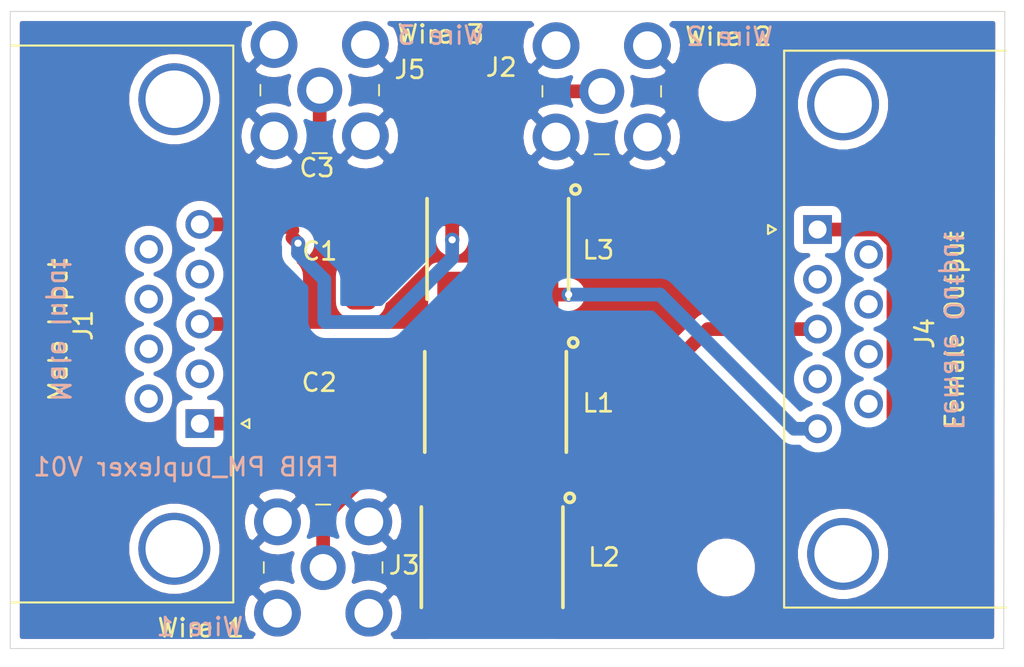
<source format=kicad_pcb>
(kicad_pcb (version 20171130) (host pcbnew "(5.1.4)-1")

  (general
    (thickness 1.6)
    (drawings 15)
    (tracks 68)
    (zones 0)
    (modules 13)
    (nets 13)
  )

  (page A4)
  (layers
    (0 F.Cu signal hide)
    (31 B.Cu signal)
    (32 B.Adhes user)
    (33 F.Adhes user)
    (34 B.Paste user)
    (35 F.Paste user)
    (36 B.SilkS user)
    (37 F.SilkS user)
    (38 B.Mask user)
    (39 F.Mask user)
    (40 Dwgs.User user)
    (41 Cmts.User user)
    (42 Eco1.User user)
    (43 Eco2.User user)
    (44 Edge.Cuts user)
    (45 Margin user)
    (46 B.CrtYd user)
    (47 F.CrtYd user)
    (48 B.Fab user)
    (49 F.Fab user)
  )

  (setup
    (last_trace_width 0.762)
    (user_trace_width 0.762)
    (trace_clearance 0.2)
    (zone_clearance 0.508)
    (zone_45_only no)
    (trace_min 0.2)
    (via_size 0.8)
    (via_drill 0.4)
    (via_min_size 0.4)
    (via_min_drill 0.3)
    (uvia_size 0.3)
    (uvia_drill 0.1)
    (uvias_allowed no)
    (uvia_min_size 0.2)
    (uvia_min_drill 0.1)
    (edge_width 0.05)
    (segment_width 0.2)
    (pcb_text_width 0.3)
    (pcb_text_size 1.5 1.5)
    (mod_edge_width 0.12)
    (mod_text_size 1 1)
    (mod_text_width 0.15)
    (pad_size 1.524 1.524)
    (pad_drill 0.762)
    (pad_to_mask_clearance 0.051)
    (solder_mask_min_width 0.25)
    (aux_axis_origin 0 0)
    (visible_elements 7FFFFFFF)
    (pcbplotparams
      (layerselection 0x010fc_ffffffff)
      (usegerberextensions false)
      (usegerberattributes false)
      (usegerberadvancedattributes false)
      (creategerberjobfile false)
      (excludeedgelayer true)
      (linewidth 0.100000)
      (plotframeref false)
      (viasonmask false)
      (mode 1)
      (useauxorigin false)
      (hpglpennumber 1)
      (hpglpenspeed 20)
      (hpglpendiameter 15.000000)
      (psnegative false)
      (psa4output false)
      (plotreference true)
      (plotvalue true)
      (plotinvisibletext false)
      (padsonsilk false)
      (subtractmaskfromsilk false)
      (outputformat 1)
      (mirror false)
      (drillshape 1)
      (scaleselection 1)
      (outputdirectory ""))
  )

  (net 0 "")
  (net 1 "Net-(C1-Pad1)")
  (net 2 "Net-(C1-Pad2)")
  (net 3 "Net-(C2-Pad2)")
  (net 4 "Net-(C2-Pad1)")
  (net 5 "Net-(J1-Pad0)")
  (net 6 GNDREF)
  (net 7 "Net-(J4-Pad0)")
  (net 8 "Net-(J4-Pad5)")
  (net 9 "Net-(J4-Pad3)")
  (net 10 "Net-(J4-Pad1)")
  (net 11 "Net-(C3-Pad2)")
  (net 12 "Net-(C3-Pad1)")

  (net_class Default "This is the default net class."
    (clearance 0.2)
    (trace_width 0.25)
    (via_dia 0.8)
    (via_drill 0.4)
    (uvia_dia 0.3)
    (uvia_drill 0.1)
    (add_net GNDREF)
    (add_net "Net-(C1-Pad1)")
    (add_net "Net-(C1-Pad2)")
    (add_net "Net-(C2-Pad1)")
    (add_net "Net-(C2-Pad2)")
    (add_net "Net-(C3-Pad1)")
    (add_net "Net-(C3-Pad2)")
    (add_net "Net-(J1-Pad0)")
    (add_net "Net-(J4-Pad0)")
    (add_net "Net-(J4-Pad1)")
    (add_net "Net-(J4-Pad3)")
    (add_net "Net-(J4-Pad5)")
  )

  (module MountingHole:MountingHole_2.2mm_M2 (layer F.Cu) (tedit 56D1B4CB) (tstamp 5E2F3256)
    (at 132.45 130.7465)
    (descr "Mounting Hole 2.2mm, no annular, M2")
    (tags "mounting hole 2.2mm no annular m2")
    (attr virtual)
    (fp_text reference REF** (at 0 -3.2) (layer F.SilkS) hide
      (effects (font (size 1 1) (thickness 0.15)))
    )
    (fp_text value MountingHole_2.2mm_M2 (at 0 3.2) (layer F.Fab)
      (effects (font (size 1 1) (thickness 0.15)))
    )
    (fp_circle (center 0 0) (end 2.45 0) (layer F.CrtYd) (width 0.05))
    (fp_circle (center 0 0) (end 2.2 0) (layer Cmts.User) (width 0.15))
    (fp_text user %R (at 0.3 0) (layer F.Fab)
      (effects (font (size 1 1) (thickness 0.15)))
    )
    (pad 1 np_thru_hole circle (at 0 0) (size 2.2 2.2) (drill 2.2) (layers *.Cu *.Mask))
  )

  (module MountingHole:MountingHole_2.2mm_M2 (layer F.Cu) (tedit 56D1B4CB) (tstamp 5E2F0B8E)
    (at 132.52 104.3305)
    (descr "Mounting Hole 2.2mm, no annular, M2")
    (tags "mounting hole 2.2mm no annular m2")
    (attr virtual)
    (fp_text reference REF** (at 0 -3.2) (layer F.SilkS) hide
      (effects (font (size 1 1) (thickness 0.15)))
    )
    (fp_text value MountingHole_2.2mm_M2 (at 0 3.2) (layer F.Fab)
      (effects (font (size 1 1) (thickness 0.15)))
    )
    (fp_circle (center 0 0) (end 2.45 0) (layer F.CrtYd) (width 0.05))
    (fp_circle (center 0 0) (end 2.2 0) (layer Cmts.User) (width 0.15))
    (fp_text user %R (at 0.3 0) (layer F.Fab)
      (effects (font (size 1 1) (thickness 0.15)))
    )
    (pad 1 np_thru_hole circle (at 0 0) (size 2.2 2.2) (drill 2.2) (layers *.Cu *.Mask))
  )

  (module New_SMD:C_1808 (layer F.Cu) (tedit 5DCDBDCB) (tstamp 5E28FEB6)
    (at 109.841 115.2525 180)
    (path /5D8AA65A)
    (attr smd)
    (fp_text reference C1 (at -0.014 2.0955) (layer F.SilkS)
      (effects (font (size 1 1) (thickness 0.15)))
    )
    (fp_text value 1200pf (at 0 2.794) (layer F.Fab)
      (effects (font (size 1 1) (thickness 0.15)))
    )
    (fp_text user %R (at 0 0) (layer F.Fab)
      (effects (font (size 0.4 0.4) (thickness 0.06)))
    )
    (fp_line (start 2.35 1) (end -2.35 1) (layer F.Fab) (width 0.1))
    (fp_line (start -2.35 -1) (end 2.35 -1) (layer F.Fab) (width 0.1))
    (fp_line (start 3.7 -1.65) (end -3.7 -1.65) (layer F.CrtYd) (width 0.05))
    (fp_line (start 3.7 1.65) (end 3.7 -1.65) (layer F.CrtYd) (width 0.05))
    (fp_line (start -3.7 1.65) (end 3.7 1.65) (layer F.CrtYd) (width 0.05))
    (fp_line (start -3.7 -1.65) (end -3.7 1.65) (layer F.CrtYd) (width 0.05))
    (pad 1 smd roundrect (at -2.3 0 180) (size 1.75 2.3) (layers F.Cu F.Paste F.Mask) (roundrect_rratio 0.25)
      (net 1 "Net-(C1-Pad1)"))
    (pad 2 smd roundrect (at 2.3 0 180) (size 1.75 2.3) (layers F.Cu F.Paste F.Mask) (roundrect_rratio 0.25)
      (net 2 "Net-(C1-Pad2)"))
  )

  (module New_SMD:C_1808 (layer F.Cu) (tedit 5DCDBDCB) (tstamp 5E28FEC3)
    (at 109.7775 122.809)
    (path /5D8A9F4F)
    (attr smd)
    (fp_text reference C2 (at 0.0495 -2.3495) (layer F.SilkS)
      (effects (font (size 1 1) (thickness 0.15)))
    )
    (fp_text value 1200pf (at 0 2.794) (layer F.Fab)
      (effects (font (size 1 1) (thickness 0.15)))
    )
    (fp_line (start -3.7 -1.65) (end -3.7 1.65) (layer F.CrtYd) (width 0.05))
    (fp_line (start -3.7 1.65) (end 3.7 1.65) (layer F.CrtYd) (width 0.05))
    (fp_line (start 3.7 1.65) (end 3.7 -1.65) (layer F.CrtYd) (width 0.05))
    (fp_line (start 3.7 -1.65) (end -3.7 -1.65) (layer F.CrtYd) (width 0.05))
    (fp_line (start -2.35 -1) (end 2.35 -1) (layer F.Fab) (width 0.1))
    (fp_line (start 2.35 1) (end -2.35 1) (layer F.Fab) (width 0.1))
    (fp_text user %R (at 0 0) (layer F.Fab)
      (effects (font (size 0.4 0.4) (thickness 0.06)))
    )
    (pad 2 smd roundrect (at 2.3 0) (size 1.75 2.3) (layers F.Cu F.Paste F.Mask) (roundrect_rratio 0.25)
      (net 3 "Net-(C2-Pad2)"))
    (pad 1 smd roundrect (at -2.3 0) (size 1.75 2.3) (layers F.Cu F.Paste F.Mask) (roundrect_rratio 0.25)
      (net 4 "Net-(C2-Pad1)"))
  )

  (module Connector_Dsub:DSUB-9_Female_Horizontal_P2.77x2.84mm_EdgePinOffset7.70mm_Housed_MountingHolesOffset9.12mm (layer F.Cu) (tedit 59FEDEE2) (tstamp 5E28FEF7)
    (at 103.1875 122.7455 270)
    (descr "9-pin D-Sub connector, horizontal/angled (90 deg), THT-mount, female, pitch 2.77x2.84mm, pin-PCB-offset 7.699999999999999mm, distance of mounting holes 25mm, distance of mounting holes to PCB edge 9.12mm, see https://disti-assets.s3.amazonaws.com/tonar/files/datasheets/16730.pdf")
    (tags "9-pin D-Sub connector horizontal angled 90deg THT female pitch 2.77x2.84mm pin-PCB-offset 7.699999999999999mm mounting-holes-distance 25mm mounting-hole-offset 25mm")
    (path /5DC5AAA4)
    (fp_text reference J1 (at -5.461 6.477 90) (layer F.SilkS)
      (effects (font (size 1 1) (thickness 0.15)))
    )
    (fp_text value DB9_Female_MountingHoles (at -5.54 18.61 90) (layer F.Fab)
      (effects (font (size 1 1) (thickness 0.15)))
    )
    (fp_arc (start -18.04 1.42) (end -19.64 1.42) (angle 180) (layer F.Fab) (width 0.1))
    (fp_arc (start 6.96 1.42) (end 5.36 1.42) (angle 180) (layer F.Fab) (width 0.1))
    (fp_line (start -20.965 -1.8) (end -20.965 10.54) (layer F.Fab) (width 0.1))
    (fp_line (start -20.965 10.54) (end 9.885 10.54) (layer F.Fab) (width 0.1))
    (fp_line (start 9.885 10.54) (end 9.885 -1.8) (layer F.Fab) (width 0.1))
    (fp_line (start 9.885 -1.8) (end -20.965 -1.8) (layer F.Fab) (width 0.1))
    (fp_line (start -20.965 10.54) (end -20.965 10.94) (layer F.Fab) (width 0.1))
    (fp_line (start -20.965 10.94) (end 9.885 10.94) (layer F.Fab) (width 0.1))
    (fp_line (start 9.885 10.94) (end 9.885 10.54) (layer F.Fab) (width 0.1))
    (fp_line (start 9.885 10.54) (end -20.965 10.54) (layer F.Fab) (width 0.1))
    (fp_line (start -13.69 10.94) (end -13.69 17.11) (layer F.Fab) (width 0.1))
    (fp_line (start -13.69 17.11) (end 2.61 17.11) (layer F.Fab) (width 0.1))
    (fp_line (start 2.61 17.11) (end 2.61 10.94) (layer F.Fab) (width 0.1))
    (fp_line (start 2.61 10.94) (end -13.69 10.94) (layer F.Fab) (width 0.1))
    (fp_line (start -20.54 10.94) (end -20.54 15.94) (layer F.Fab) (width 0.1))
    (fp_line (start -20.54 15.94) (end -15.54 15.94) (layer F.Fab) (width 0.1))
    (fp_line (start -15.54 15.94) (end -15.54 10.94) (layer F.Fab) (width 0.1))
    (fp_line (start -15.54 10.94) (end -20.54 10.94) (layer F.Fab) (width 0.1))
    (fp_line (start 4.46 10.94) (end 4.46 15.94) (layer F.Fab) (width 0.1))
    (fp_line (start 4.46 15.94) (end 9.46 15.94) (layer F.Fab) (width 0.1))
    (fp_line (start 9.46 15.94) (end 9.46 10.94) (layer F.Fab) (width 0.1))
    (fp_line (start 9.46 10.94) (end 4.46 10.94) (layer F.Fab) (width 0.1))
    (fp_line (start -19.64 10.54) (end -19.64 1.42) (layer F.Fab) (width 0.1))
    (fp_line (start -16.44 10.54) (end -16.44 1.42) (layer F.Fab) (width 0.1))
    (fp_line (start 5.36 10.54) (end 5.36 1.42) (layer F.Fab) (width 0.1))
    (fp_line (start 8.56 10.54) (end 8.56 1.42) (layer F.Fab) (width 0.1))
    (fp_line (start -21.025 10.48) (end -21.025 -1.86) (layer F.SilkS) (width 0.12))
    (fp_line (start -21.025 -1.86) (end 9.945 -1.86) (layer F.SilkS) (width 0.12))
    (fp_line (start 9.945 -1.86) (end 9.945 10.48) (layer F.SilkS) (width 0.12))
    (fp_line (start -0.25 -2.754338) (end 0.25 -2.754338) (layer F.SilkS) (width 0.12))
    (fp_line (start 0.25 -2.754338) (end 0 -2.321325) (layer F.SilkS) (width 0.12))
    (fp_line (start 0 -2.321325) (end -0.25 -2.754338) (layer F.SilkS) (width 0.12))
    (fp_line (start -21.5 -2.35) (end -21.5 17.65) (layer F.CrtYd) (width 0.05))
    (fp_line (start -21.5 17.65) (end 10.4 17.65) (layer F.CrtYd) (width 0.05))
    (fp_line (start 10.4 17.65) (end 10.4 -2.35) (layer F.CrtYd) (width 0.05))
    (fp_line (start 10.4 -2.35) (end -21.5 -2.35) (layer F.CrtYd) (width 0.05))
    (fp_text user %R (at -5.54 6.5405 90) (layer F.Fab)
      (effects (font (size 1 1) (thickness 0.15)))
    )
    (pad 1 thru_hole rect (at 0 0 270) (size 1.6 1.6) (drill 1) (layers *.Cu *.Mask)
      (net 4 "Net-(C2-Pad1)"))
    (pad 2 thru_hole circle (at -2.77 0 270) (size 1.6 1.6) (drill 1) (layers *.Cu *.Mask))
    (pad 3 thru_hole circle (at -5.54 0 270) (size 1.6 1.6) (drill 1) (layers *.Cu *.Mask)
      (net 2 "Net-(C1-Pad2)"))
    (pad 4 thru_hole circle (at -8.31 0 270) (size 1.6 1.6) (drill 1) (layers *.Cu *.Mask))
    (pad 5 thru_hole circle (at -11.08 0 270) (size 1.6 1.6) (drill 1) (layers *.Cu *.Mask)
      (net 11 "Net-(C3-Pad2)"))
    (pad 6 thru_hole circle (at -1.385 2.84 270) (size 1.6 1.6) (drill 1) (layers *.Cu *.Mask))
    (pad 7 thru_hole circle (at -4.155 2.84 270) (size 1.6 1.6) (drill 1) (layers *.Cu *.Mask))
    (pad 8 thru_hole circle (at -6.925 2.84 270) (size 1.6 1.6) (drill 1) (layers *.Cu *.Mask))
    (pad 9 thru_hole circle (at -9.695 2.84 270) (size 1.6 1.6) (drill 1) (layers *.Cu *.Mask))
    (pad 0 thru_hole circle (at -18.04 1.42 270) (size 4 4) (drill 3.2) (layers *.Cu *.Mask)
      (net 5 "Net-(J1-Pad0)"))
    (pad 0 thru_hole circle (at 6.96 1.42 270) (size 4 4) (drill 3.2) (layers *.Cu *.Mask)
      (net 5 "Net-(J1-Pad0)"))
    (model ${KISYS3DMOD}/Connector_Dsub.3dshapes/DSUB-9_Female_Horizontal_P2.77x2.84mm_EdgePinOffset7.70mm_Housed_MountingHolesOffset9.12mm.wrl
      (at (xyz 0 0 0))
      (scale (xyz 1 1 1))
      (rotate (xyz 0 0 0))
    )
  )

  (module digikey-footprints:RF_SMA_RightAngle_5-1814400-1 (layer F.Cu) (tedit 5A4BE44C) (tstamp 5E28FF0D)
    (at 125.5395 104.267)
    (descr http://www.te.com/commerce/DocumentDelivery/DDEController?Action=srchrtrv&DocNm=1814400&DocType=Customer+Drawing&DocLang=English)
    (path /5DC6429B)
    (fp_text reference J2 (at -5.588 -1.3335) (layer F.SilkS)
      (effects (font (size 1 1) (thickness 0.15)))
    )
    (fp_text value Conn_Coaxial (at 0 6.27) (layer F.Fab)
      (effects (font (size 1 1) (thickness 0.15)))
    )
    (fp_line (start -3.15 3.34) (end 3.15 3.34) (layer F.Fab) (width 0.1))
    (fp_line (start -3.15 -10.86) (end -3.15 3.34) (layer F.Fab) (width 0.1))
    (fp_line (start 3.15 -10.86) (end 3.15 3.34) (layer F.Fab) (width 0.1))
    (fp_line (start -3.15 -10.86) (end 3.15 -10.86) (layer F.Fab) (width 0.1))
    (fp_text user %R (at 0 -4.48) (layer F.Fab)
      (effects (font (size 1 1) (thickness 0.15)))
    )
    (fp_line (start 0 3.5) (end 0.4 3.5) (layer F.SilkS) (width 0.1))
    (fp_line (start 0 3.5) (end -0.4 3.5) (layer F.SilkS) (width 0.1))
    (fp_line (start -3.3 0.3) (end -3.3 -0.3) (layer F.SilkS) (width 0.1))
    (fp_line (start 3.3 0.3) (end 3.3 -0.3) (layer F.SilkS) (width 0.1))
    (fp_line (start 4.09 -3.9) (end -4.09 -3.9) (layer F.CrtYd) (width 0.05))
    (fp_line (start 4.09 -3.9) (end 4.09 4.09) (layer F.CrtYd) (width 0.05))
    (fp_line (start -4.09 -3.9) (end -4.09 4.09) (layer F.CrtYd) (width 0.05))
    (fp_line (start 4.09 4.09) (end -4.09 4.09) (layer F.CrtYd) (width 0.05))
    (pad 1 thru_hole circle (at 0 0) (size 2.5 2.5) (drill 1.5) (layers *.Cu *.Mask)
      (net 1 "Net-(C1-Pad1)"))
    (pad 2 thru_hole circle (at 2.54 -2.54) (size 2.6 2.6) (drill 1.6) (layers *.Cu *.Mask)
      (net 6 GNDREF))
    (pad 2 thru_hole circle (at 2.54 2.54) (size 2.6 2.6) (drill 1.6) (layers *.Cu *.Mask)
      (net 6 GNDREF))
    (pad 2 thru_hole circle (at -2.54 -2.54) (size 2.6 2.6) (drill 1.6) (layers *.Cu *.Mask)
      (net 6 GNDREF))
    (pad 2 thru_hole circle (at -2.54 2.54) (size 2.6 2.6) (drill 1.6) (layers *.Cu *.Mask)
      (net 6 GNDREF))
  )

  (module digikey-footprints:RF_SMA_RightAngle_5-1814400-1 (layer F.Cu) (tedit 5A4BE44C) (tstamp 5E28FF23)
    (at 110.0455 130.7465 180)
    (descr http://www.te.com/commerce/DocumentDelivery/DDEController?Action=srchrtrv&DocNm=1814400&DocType=Customer+Drawing&DocLang=English)
    (path /5D8AB1F1)
    (fp_text reference J3 (at -4.5085 0.127) (layer F.SilkS)
      (effects (font (size 1 1) (thickness 0.15)))
    )
    (fp_text value Conn_Coaxial (at 0 6.27) (layer F.Fab)
      (effects (font (size 1 1) (thickness 0.15)))
    )
    (fp_line (start 4.09 4.09) (end -4.09 4.09) (layer F.CrtYd) (width 0.05))
    (fp_line (start -4.09 -3.9) (end -4.09 4.09) (layer F.CrtYd) (width 0.05))
    (fp_line (start 4.09 -3.9) (end 4.09 4.09) (layer F.CrtYd) (width 0.05))
    (fp_line (start 4.09 -3.9) (end -4.09 -3.9) (layer F.CrtYd) (width 0.05))
    (fp_line (start 3.3 0.3) (end 3.3 -0.3) (layer F.SilkS) (width 0.1))
    (fp_line (start -3.3 0.3) (end -3.3 -0.3) (layer F.SilkS) (width 0.1))
    (fp_line (start 0 3.5) (end -0.4 3.5) (layer F.SilkS) (width 0.1))
    (fp_line (start 0 3.5) (end 0.4 3.5) (layer F.SilkS) (width 0.1))
    (fp_text user %R (at 0 -4.48) (layer F.Fab)
      (effects (font (size 1 1) (thickness 0.15)))
    )
    (fp_line (start -3.15 -10.86) (end 3.15 -10.86) (layer F.Fab) (width 0.1))
    (fp_line (start 3.15 -10.86) (end 3.15 3.34) (layer F.Fab) (width 0.1))
    (fp_line (start -3.15 -10.86) (end -3.15 3.34) (layer F.Fab) (width 0.1))
    (fp_line (start -3.15 3.34) (end 3.15 3.34) (layer F.Fab) (width 0.1))
    (pad 2 thru_hole circle (at -2.54 2.54 180) (size 2.6 2.6) (drill 1.6) (layers *.Cu *.Mask)
      (net 6 GNDREF))
    (pad 2 thru_hole circle (at -2.54 -2.54 180) (size 2.6 2.6) (drill 1.6) (layers *.Cu *.Mask)
      (net 6 GNDREF))
    (pad 2 thru_hole circle (at 2.54 2.54 180) (size 2.6 2.6) (drill 1.6) (layers *.Cu *.Mask)
      (net 6 GNDREF))
    (pad 2 thru_hole circle (at 2.54 -2.54 180) (size 2.6 2.6) (drill 1.6) (layers *.Cu *.Mask)
      (net 6 GNDREF))
    (pad 1 thru_hole circle (at 0 0 180) (size 2.5 2.5) (drill 1.5) (layers *.Cu *.Mask)
      (net 3 "Net-(C2-Pad2)"))
  )

  (module Connector_Dsub:DSUB-9_Female_Horizontal_P2.77x2.84mm_EdgePinOffset7.70mm_Housed_MountingHolesOffset9.12mm (layer F.Cu) (tedit 59FEDEE2) (tstamp 5E28FF57)
    (at 137.541 111.9505 90)
    (descr "9-pin D-Sub connector, horizontal/angled (90 deg), THT-mount, female, pitch 2.77x2.84mm, pin-PCB-offset 7.699999999999999mm, distance of mounting holes 25mm, distance of mounting holes to PCB edge 9.12mm, see https://disti-assets.s3.amazonaws.com/tonar/files/datasheets/16730.pdf")
    (tags "9-pin D-Sub connector horizontal angled 90deg THT female pitch 2.77x2.84mm pin-PCB-offset 7.699999999999999mm mounting-holes-distance 25mm mounting-hole-offset 25mm")
    (path /5DC5B761)
    (fp_text reference J4 (at -5.7785 5.969 90) (layer F.SilkS)
      (effects (font (size 1 1) (thickness 0.15)))
    )
    (fp_text value DB9_Male_MountingHoles (at -5.54 18.61 90) (layer F.Fab)
      (effects (font (size 1 1) (thickness 0.15)))
    )
    (fp_text user %R (at -5.715 5.969 90) (layer F.Fab)
      (effects (font (size 1 1) (thickness 0.15)))
    )
    (fp_line (start 10.4 -2.35) (end -21.5 -2.35) (layer F.CrtYd) (width 0.05))
    (fp_line (start 10.4 17.65) (end 10.4 -2.35) (layer F.CrtYd) (width 0.05))
    (fp_line (start -21.5 17.65) (end 10.4 17.65) (layer F.CrtYd) (width 0.05))
    (fp_line (start -21.5 -2.35) (end -21.5 17.65) (layer F.CrtYd) (width 0.05))
    (fp_line (start 0 -2.321325) (end -0.25 -2.754338) (layer F.SilkS) (width 0.12))
    (fp_line (start 0.25 -2.754338) (end 0 -2.321325) (layer F.SilkS) (width 0.12))
    (fp_line (start -0.25 -2.754338) (end 0.25 -2.754338) (layer F.SilkS) (width 0.12))
    (fp_line (start 9.945 -1.86) (end 9.945 10.48) (layer F.SilkS) (width 0.12))
    (fp_line (start -21.025 -1.86) (end 9.945 -1.86) (layer F.SilkS) (width 0.12))
    (fp_line (start -21.025 10.48) (end -21.025 -1.86) (layer F.SilkS) (width 0.12))
    (fp_line (start 8.56 10.54) (end 8.56 1.42) (layer F.Fab) (width 0.1))
    (fp_line (start 5.36 10.54) (end 5.36 1.42) (layer F.Fab) (width 0.1))
    (fp_line (start -16.44 10.54) (end -16.44 1.42) (layer F.Fab) (width 0.1))
    (fp_line (start -19.64 10.54) (end -19.64 1.42) (layer F.Fab) (width 0.1))
    (fp_line (start 9.46 10.94) (end 4.46 10.94) (layer F.Fab) (width 0.1))
    (fp_line (start 9.46 15.94) (end 9.46 10.94) (layer F.Fab) (width 0.1))
    (fp_line (start 4.46 15.94) (end 9.46 15.94) (layer F.Fab) (width 0.1))
    (fp_line (start 4.46 10.94) (end 4.46 15.94) (layer F.Fab) (width 0.1))
    (fp_line (start -15.54 10.94) (end -20.54 10.94) (layer F.Fab) (width 0.1))
    (fp_line (start -15.54 15.94) (end -15.54 10.94) (layer F.Fab) (width 0.1))
    (fp_line (start -20.54 15.94) (end -15.54 15.94) (layer F.Fab) (width 0.1))
    (fp_line (start -20.54 10.94) (end -20.54 15.94) (layer F.Fab) (width 0.1))
    (fp_line (start 2.61 10.94) (end -13.69 10.94) (layer F.Fab) (width 0.1))
    (fp_line (start 2.61 17.11) (end 2.61 10.94) (layer F.Fab) (width 0.1))
    (fp_line (start -13.69 17.11) (end 2.61 17.11) (layer F.Fab) (width 0.1))
    (fp_line (start -13.69 10.94) (end -13.69 17.11) (layer F.Fab) (width 0.1))
    (fp_line (start 9.885 10.54) (end -20.965 10.54) (layer F.Fab) (width 0.1))
    (fp_line (start 9.885 10.94) (end 9.885 10.54) (layer F.Fab) (width 0.1))
    (fp_line (start -20.965 10.94) (end 9.885 10.94) (layer F.Fab) (width 0.1))
    (fp_line (start -20.965 10.54) (end -20.965 10.94) (layer F.Fab) (width 0.1))
    (fp_line (start 9.885 -1.8) (end -20.965 -1.8) (layer F.Fab) (width 0.1))
    (fp_line (start 9.885 10.54) (end 9.885 -1.8) (layer F.Fab) (width 0.1))
    (fp_line (start -20.965 10.54) (end 9.885 10.54) (layer F.Fab) (width 0.1))
    (fp_line (start -20.965 -1.8) (end -20.965 10.54) (layer F.Fab) (width 0.1))
    (fp_arc (start 6.96 1.42) (end 5.36 1.42) (angle 180) (layer F.Fab) (width 0.1))
    (fp_arc (start -18.04 1.42) (end -19.64 1.42) (angle 180) (layer F.Fab) (width 0.1))
    (pad 0 thru_hole circle (at 6.96 1.42 90) (size 4 4) (drill 3.2) (layers *.Cu *.Mask)
      (net 7 "Net-(J4-Pad0)"))
    (pad 0 thru_hole circle (at -18.04 1.42 90) (size 4 4) (drill 3.2) (layers *.Cu *.Mask)
      (net 7 "Net-(J4-Pad0)"))
    (pad 9 thru_hole circle (at -9.695 2.84 90) (size 1.6 1.6) (drill 1) (layers *.Cu *.Mask))
    (pad 8 thru_hole circle (at -6.925 2.84 90) (size 1.6 1.6) (drill 1) (layers *.Cu *.Mask))
    (pad 7 thru_hole circle (at -4.155 2.84 90) (size 1.6 1.6) (drill 1) (layers *.Cu *.Mask))
    (pad 6 thru_hole circle (at -1.385 2.84 90) (size 1.6 1.6) (drill 1) (layers *.Cu *.Mask))
    (pad 5 thru_hole circle (at -11.08 0 90) (size 1.6 1.6) (drill 1) (layers *.Cu *.Mask)
      (net 8 "Net-(J4-Pad5)"))
    (pad 4 thru_hole circle (at -8.31 0 90) (size 1.6 1.6) (drill 1) (layers *.Cu *.Mask))
    (pad 3 thru_hole circle (at -5.54 0 90) (size 1.6 1.6) (drill 1) (layers *.Cu *.Mask)
      (net 9 "Net-(J4-Pad3)"))
    (pad 2 thru_hole circle (at -2.77 0 90) (size 1.6 1.6) (drill 1) (layers *.Cu *.Mask))
    (pad 1 thru_hole rect (at 0 0 90) (size 1.6 1.6) (drill 1) (layers *.Cu *.Mask)
      (net 10 "Net-(J4-Pad1)"))
    (model ${KISYS3DMOD}/Connector_Dsub.3dshapes/DSUB-9_Female_Horizontal_P2.77x2.84mm_EdgePinOffset7.70mm_Housed_MountingHolesOffset9.12mm.wrl
      (at (xyz 0 0 0))
      (scale (xyz 1 1 1))
      (rotate (xyz 0 0 0))
    )
  )

  (module ADCH-80A:ADCH-80A (layer F.Cu) (tedit 5DCD83C8) (tstamp 5E28FF68)
    (at 119.634 121.539 180)
    (path /5E296302)
    (fp_text reference L1 (at -5.715 -0.0635) (layer F.SilkS)
      (effects (font (size 1 1) (thickness 0.15)))
    )
    (fp_text value RFChoke (at 0 5.588) (layer F.Fab)
      (effects (font (size 1 1) (thickness 0.15)))
    )
    (fp_line (start 3.937 -2.794) (end 3.937 2.794) (layer F.SilkS) (width 0.2032))
    (fp_line (start -3.937 -2.794) (end -3.937 2.794) (layer F.SilkS) (width 0.2032))
    (fp_circle (center -4.318 3.302) (end -4.064 3.302) (layer F.SilkS) (width 0.2032))
    (fp_line (start -3.937 2.794) (end -3.937 -2.794) (layer F.Fab) (width 0.1016))
    (fp_line (start 3.937 2.794) (end -3.937 2.794) (layer F.Fab) (width 0.1016))
    (fp_line (start 3.937 -2.794) (end 3.937 2.794) (layer F.Fab) (width 0.1016))
    (fp_line (start 3.937 -2.794) (end -3.937 -2.794) (layer F.Fab) (width 0.1016))
    (pad 6 smd rect (at -2.54 -2.54 180) (size 1.651 2.54) (layers F.Cu F.Paste F.Mask)
      (net 9 "Net-(J4-Pad3)"))
    (pad 5 smd rect (at 0 -2.54 180) (size 1.651 2.54) (layers F.Cu F.Paste F.Mask))
    (pad 4 smd rect (at 2.54 -2.54 180) (size 1.651 2.54) (layers F.Cu F.Paste F.Mask))
    (pad 3 smd rect (at 2.54 2.54 180) (size 1.6764 2.54) (layers F.Cu F.Paste F.Mask)
      (net 2 "Net-(C1-Pad2)"))
    (pad 2 smd rect (at 0 2.54 180) (size 1.651 2.54) (layers F.Cu F.Paste F.Mask))
    (pad 1 smd rect (at -2.54 2.54 180) (size 1.651 2.54) (layers F.Cu F.Paste F.Mask))
  )

  (module ADCH-80A:ADCH-80A (layer F.Cu) (tedit 5DCD83C8) (tstamp 5E28FF79)
    (at 119.4435 130.175 180)
    (path /5E295E5E)
    (fp_text reference L2 (at -6.223 0) (layer F.SilkS)
      (effects (font (size 1 1) (thickness 0.15)))
    )
    (fp_text value RFChoke (at 0 5.588) (layer F.Fab)
      (effects (font (size 1 1) (thickness 0.15)))
    )
    (fp_line (start 3.937 -2.794) (end -3.937 -2.794) (layer F.Fab) (width 0.1016))
    (fp_line (start 3.937 -2.794) (end 3.937 2.794) (layer F.Fab) (width 0.1016))
    (fp_line (start 3.937 2.794) (end -3.937 2.794) (layer F.Fab) (width 0.1016))
    (fp_line (start -3.937 2.794) (end -3.937 -2.794) (layer F.Fab) (width 0.1016))
    (fp_circle (center -4.318 3.302) (end -4.064 3.302) (layer F.SilkS) (width 0.2032))
    (fp_line (start -3.937 -2.794) (end -3.937 2.794) (layer F.SilkS) (width 0.2032))
    (fp_line (start 3.937 -2.794) (end 3.937 2.794) (layer F.SilkS) (width 0.2032))
    (pad 1 smd rect (at -2.54 2.54 180) (size 1.651 2.54) (layers F.Cu F.Paste F.Mask))
    (pad 2 smd rect (at 0 2.54 180) (size 1.651 2.54) (layers F.Cu F.Paste F.Mask))
    (pad 3 smd rect (at 2.54 2.54 180) (size 1.6764 2.54) (layers F.Cu F.Paste F.Mask)
      (net 4 "Net-(C2-Pad1)"))
    (pad 4 smd rect (at 2.54 -2.54 180) (size 1.651 2.54) (layers F.Cu F.Paste F.Mask))
    (pad 5 smd rect (at 0 -2.54 180) (size 1.651 2.54) (layers F.Cu F.Paste F.Mask))
    (pad 6 smd rect (at -2.54 -2.54 180) (size 1.651 2.54) (layers F.Cu F.Paste F.Mask)
      (net 10 "Net-(J4-Pad1)"))
  )

  (module New_SMD:C_1808 (layer F.Cu) (tedit 5DCDBDCB) (tstamp 5E29D763)
    (at 109.714 111.0615 180)
    (path /5E2A4B29)
    (attr smd)
    (fp_text reference C3 (at 0.014 2.54) (layer F.SilkS)
      (effects (font (size 1 1) (thickness 0.15)))
    )
    (fp_text value 1200pf (at 0 2.794) (layer F.Fab)
      (effects (font (size 1 1) (thickness 0.15)))
    )
    (fp_line (start -3.7 -1.65) (end -3.7 1.65) (layer F.CrtYd) (width 0.05))
    (fp_line (start -3.7 1.65) (end 3.7 1.65) (layer F.CrtYd) (width 0.05))
    (fp_line (start 3.7 1.65) (end 3.7 -1.65) (layer F.CrtYd) (width 0.05))
    (fp_line (start 3.7 -1.65) (end -3.7 -1.65) (layer F.CrtYd) (width 0.05))
    (fp_line (start -2.35 -1) (end 2.35 -1) (layer F.Fab) (width 0.1))
    (fp_line (start 2.35 1) (end -2.35 1) (layer F.Fab) (width 0.1))
    (fp_text user %R (at 0 0) (layer F.Fab)
      (effects (font (size 0.4 0.4) (thickness 0.06)))
    )
    (pad 2 smd roundrect (at 2.3 0 180) (size 1.75 2.3) (layers F.Cu F.Paste F.Mask) (roundrect_rratio 0.25)
      (net 11 "Net-(C3-Pad2)"))
    (pad 1 smd roundrect (at -2.3 0 180) (size 1.75 2.3) (layers F.Cu F.Paste F.Mask) (roundrect_rratio 0.25)
      (net 12 "Net-(C3-Pad1)"))
  )

  (module digikey-footprints:RF_SMA_RightAngle_5-1814400-1 (layer F.Cu) (tedit 5A4BE44C) (tstamp 5E29D779)
    (at 109.855 104.2035)
    (descr http://www.te.com/commerce/DocumentDelivery/DDEController?Action=srchrtrv&DocNm=1814400&DocType=Customer+Drawing&DocLang=English)
    (path /5E2A3A55)
    (fp_text reference J5 (at 5.0165 -1.143) (layer F.SilkS)
      (effects (font (size 1 1) (thickness 0.15)))
    )
    (fp_text value Conn_Coaxial (at 0 6.27) (layer F.Fab)
      (effects (font (size 1 1) (thickness 0.15)))
    )
    (fp_line (start 4.09 4.09) (end -4.09 4.09) (layer F.CrtYd) (width 0.05))
    (fp_line (start -4.09 -3.9) (end -4.09 4.09) (layer F.CrtYd) (width 0.05))
    (fp_line (start 4.09 -3.9) (end 4.09 4.09) (layer F.CrtYd) (width 0.05))
    (fp_line (start 4.09 -3.9) (end -4.09 -3.9) (layer F.CrtYd) (width 0.05))
    (fp_line (start 3.3 0.3) (end 3.3 -0.3) (layer F.SilkS) (width 0.1))
    (fp_line (start -3.3 0.3) (end -3.3 -0.3) (layer F.SilkS) (width 0.1))
    (fp_line (start 0 3.5) (end -0.4 3.5) (layer F.SilkS) (width 0.1))
    (fp_line (start 0 3.5) (end 0.4 3.5) (layer F.SilkS) (width 0.1))
    (fp_text user %R (at 0 -4.48) (layer F.Fab)
      (effects (font (size 1 1) (thickness 0.15)))
    )
    (fp_line (start -3.15 -10.86) (end 3.15 -10.86) (layer F.Fab) (width 0.1))
    (fp_line (start 3.15 -10.86) (end 3.15 3.34) (layer F.Fab) (width 0.1))
    (fp_line (start -3.15 -10.86) (end -3.15 3.34) (layer F.Fab) (width 0.1))
    (fp_line (start -3.15 3.34) (end 3.15 3.34) (layer F.Fab) (width 0.1))
    (pad 2 thru_hole circle (at -2.54 2.54) (size 2.6 2.6) (drill 1.6) (layers *.Cu *.Mask)
      (net 6 GNDREF))
    (pad 2 thru_hole circle (at -2.54 -2.54) (size 2.6 2.6) (drill 1.6) (layers *.Cu *.Mask)
      (net 6 GNDREF))
    (pad 2 thru_hole circle (at 2.54 2.54) (size 2.6 2.6) (drill 1.6) (layers *.Cu *.Mask)
      (net 6 GNDREF))
    (pad 2 thru_hole circle (at 2.54 -2.54) (size 2.6 2.6) (drill 1.6) (layers *.Cu *.Mask)
      (net 6 GNDREF))
    (pad 1 thru_hole circle (at 0 0) (size 2.5 2.5) (drill 1.5) (layers *.Cu *.Mask)
      (net 12 "Net-(C3-Pad1)"))
  )

  (module ADCH-80A:ADCH-80A (layer F.Cu) (tedit 5DCD83C8) (tstamp 5E29D78A)
    (at 119.761 113.03 180)
    (path /5E2A515C)
    (fp_text reference L3 (at -5.588 -0.0635) (layer F.SilkS)
      (effects (font (size 1 1) (thickness 0.15)))
    )
    (fp_text value RFChoke (at 0 5.588) (layer F.Fab)
      (effects (font (size 1 1) (thickness 0.15)))
    )
    (fp_line (start 3.937 -2.794) (end -3.937 -2.794) (layer F.Fab) (width 0.1016))
    (fp_line (start 3.937 -2.794) (end 3.937 2.794) (layer F.Fab) (width 0.1016))
    (fp_line (start 3.937 2.794) (end -3.937 2.794) (layer F.Fab) (width 0.1016))
    (fp_line (start -3.937 2.794) (end -3.937 -2.794) (layer F.Fab) (width 0.1016))
    (fp_circle (center -4.318 3.302) (end -4.064 3.302) (layer F.SilkS) (width 0.2032))
    (fp_line (start -3.937 -2.794) (end -3.937 2.794) (layer F.SilkS) (width 0.2032))
    (fp_line (start 3.937 -2.794) (end 3.937 2.794) (layer F.SilkS) (width 0.2032))
    (pad 1 smd rect (at -2.54 2.54 180) (size 1.651 2.54) (layers F.Cu F.Paste F.Mask))
    (pad 2 smd rect (at 0 2.54 180) (size 1.651 2.54) (layers F.Cu F.Paste F.Mask))
    (pad 3 smd rect (at 2.54 2.54 180) (size 1.6764 2.54) (layers F.Cu F.Paste F.Mask)
      (net 11 "Net-(C3-Pad2)"))
    (pad 4 smd rect (at 2.54 -2.54 180) (size 1.651 2.54) (layers F.Cu F.Paste F.Mask))
    (pad 5 smd rect (at 0 -2.54 180) (size 1.651 2.54) (layers F.Cu F.Paste F.Mask))
    (pad 6 smd rect (at -2.54 -2.54 180) (size 1.651 2.54) (layers F.Cu F.Paste F.Mask)
      (net 8 "Net-(J4-Pad5)"))
  )

  (gr_text "Wire 2" (at 132.6515 101.219) (layer B.SilkS)
    (effects (font (size 1 1) (thickness 0.15)) (justify mirror))
  )
  (gr_text "Wire 3" (at 116.586 101.1555) (layer B.SilkS)
    (effects (font (size 1 1) (thickness 0.15)) (justify mirror))
  )
  (gr_text "Wire 1" (at 103.1875 134.0485) (layer B.SilkS)
    (effects (font (size 1 1) (thickness 0.15)) (justify mirror))
  )
  (gr_text "Male Input" (at 95.4405 117.5385 270) (layer B.SilkS)
    (effects (font (size 1 1) (thickness 0.15)) (justify mirror))
  )
  (gr_text "Female Output" (at 145.0975 117.602 270) (layer B.SilkS)
    (effects (font (size 1 1) (thickness 0.15)) (justify mirror))
  )
  (gr_text "Wire 3" (at 116.586 101.092) (layer F.SilkS)
    (effects (font (size 1 1) (thickness 0.15)))
  )
  (gr_text "Wire 2" (at 132.588 101.219) (layer F.SilkS)
    (effects (font (size 1 1) (thickness 0.15)))
  )
  (gr_text "Wire 1" (at 103.251 134.112) (layer F.SilkS)
    (effects (font (size 1 1) (thickness 0.15)))
  )
  (gr_text "Female Output" (at 145.161 117.5385 90) (layer F.SilkS)
    (effects (font (size 1 1) (thickness 0.15)))
  )
  (gr_text "Male Input" (at 95.3135 117.5385 90) (layer F.SilkS)
    (effects (font (size 1 1) (thickness 0.15)))
  )
  (gr_text "FRIB PM_Duplexer V01" (at 102.4255 125.1585) (layer B.SilkS)
    (effects (font (size 1 1) (thickness 0.15)) (justify mirror))
  )
  (gr_line (start 147.8915 135.255) (end 92.6465 135.255) (layer Edge.Cuts) (width 0.05))
  (gr_line (start 92.6465 99.822) (end 92.6465 135.255) (layer Edge.Cuts) (width 0.05))
  (gr_line (start 147.955 99.822) (end 92.6465 99.822) (layer Edge.Cuts) (width 0.05))
  (gr_line (start 147.8915 135.255) (end 147.955 99.822) (layer Edge.Cuts) (width 0.05))

  (segment (start 117.294618 104.267) (end 125.5395 104.267) (width 0.762) (layer F.Cu) (net 1))
  (segment (start 115.062 106.499618) (end 117.294618 104.267) (width 0.762) (layer F.Cu) (net 1))
  (segment (start 115.062 113.3065) (end 115.062 106.499618) (width 0.762) (layer F.Cu) (net 1))
  (segment (start 112.141 115.2525) (end 113.116 115.2525) (width 0.762) (layer F.Cu) (net 1))
  (segment (start 113.116 115.2525) (end 115.062 113.3065) (width 0.762) (layer F.Cu) (net 1))
  (segment (start 105.588 117.2055) (end 107.541 115.2525) (width 0.762) (layer F.Cu) (net 2))
  (segment (start 103.1875 117.2055) (end 105.588 117.2055) (width 0.762) (layer F.Cu) (net 2))
  (segment (start 107.541 115.2525) (end 107.541 116.5025) (width 0.762) (layer F.Cu) (net 2))
  (segment (start 115.4938 118.999) (end 114.8588 118.364) (width 0.762) (layer F.Cu) (net 2))
  (segment (start 117.094 118.999) (end 115.4938 118.999) (width 0.762) (layer F.Cu) (net 2))
  (segment (start 114.8588 118.364) (end 108.077 118.364) (width 0.762) (layer F.Cu) (net 2))
  (segment (start 108.077 117.0385) (end 107.541 116.5025) (width 0.762) (layer F.Cu) (net 2))
  (segment (start 108.077 118.364) (end 108.077 117.0385) (width 0.762) (layer F.Cu) (net 2))
  (segment (start 110.0455 128.978734) (end 110.0455 130.7465) (width 0.762) (layer F.Cu) (net 3))
  (segment (start 110.0455 127.962618) (end 110.0455 128.978734) (width 0.762) (layer F.Cu) (net 3))
  (segment (start 112.0775 125.930618) (end 110.0455 127.962618) (width 0.762) (layer F.Cu) (net 3))
  (segment (start 112.0775 122.809) (end 112.0775 125.930618) (width 0.762) (layer F.Cu) (net 3))
  (segment (start 107.414 122.7455) (end 107.4775 122.809) (width 0.762) (layer F.Cu) (net 4))
  (segment (start 103.1875 122.7455) (end 107.414 122.7455) (width 0.762) (layer F.Cu) (net 4))
  (segment (start 107.4775 121.559) (end 108.45 120.5865) (width 0.762) (layer F.Cu) (net 4))
  (segment (start 107.4775 122.809) (end 107.4775 121.559) (width 0.762) (layer F.Cu) (net 4))
  (segment (start 112.445392 120.5865) (end 112.508892 120.523) (width 0.762) (layer F.Cu) (net 4))
  (segment (start 108.45 120.5865) (end 112.445392 120.5865) (width 0.762) (layer F.Cu) (net 4))
  (segment (start 112.508892 120.523) (end 114.046 120.523) (width 0.762) (layer F.Cu) (net 4))
  (segment (start 116.9035 127.2032) (end 116.9035 127.635) (width 0.762) (layer F.Cu) (net 4))
  (segment (start 114.466501 124.766201) (end 116.9035 127.2032) (width 0.762) (layer F.Cu) (net 4))
  (segment (start 114.466501 120.943501) (end 114.466501 124.766201) (width 0.762) (layer F.Cu) (net 4))
  (segment (start 114.046 120.523) (end 114.466501 120.943501) (width 0.762) (layer F.Cu) (net 4))
  (segment (start 122.301 115.57) (end 123.698 115.57) (width 0.762) (layer F.Cu) (net 8))
  (segment (start 123.698 115.57) (end 123.698 115.57) (width 0.762) (layer F.Cu) (net 8) (tstamp 5E2F171D))
  (via (at 123.698 115.57) (size 0.8) (drill 0.4) (layers F.Cu B.Cu) (net 8))
  (segment (start 128.7795 115.57) (end 136.24 123.0305) (width 0.762) (layer B.Cu) (net 8))
  (segment (start 123.698 115.57) (end 128.7795 115.57) (width 0.762) (layer B.Cu) (net 8))
  (segment (start 136.24 123.0305) (end 137.541 123.0305) (width 0.762) (layer B.Cu) (net 8))
  (segment (start 122.174 124.079) (end 124.8565 124.079) (width 0.762) (layer F.Cu) (net 9))
  (segment (start 131.445 117.4905) (end 137.541 117.4905) (width 0.762) (layer F.Cu) (net 9))
  (segment (start 124.8565 124.079) (end 131.445 117.4905) (width 0.762) (layer F.Cu) (net 9))
  (segment (start 139.103 111.9505) (end 137.541 111.9505) (width 0.762) (layer F.Cu) (net 10))
  (segment (start 141.039882 111.9505) (end 139.103 111.9505) (width 0.762) (layer F.Cu) (net 10))
  (segment (start 121.9835 130.683) (end 126.365 126.3015) (width 0.762) (layer F.Cu) (net 10))
  (segment (start 121.9835 132.715) (end 121.9835 130.683) (width 0.762) (layer F.Cu) (net 10))
  (segment (start 141.762079 112.672697) (end 141.039882 111.9505) (width 0.762) (layer F.Cu) (net 10))
  (segment (start 126.365 126.3015) (end 140.255833 126.3015) (width 0.762) (layer F.Cu) (net 10))
  (segment (start 140.255833 126.3015) (end 141.779833 124.7775) (width 0.762) (layer F.Cu) (net 10))
  (segment (start 141.779833 124.7775) (end 141.762079 124.759746) (width 0.762) (layer F.Cu) (net 10))
  (segment (start 141.762079 124.759746) (end 141.762079 112.672697) (width 0.762) (layer F.Cu) (net 10))
  (segment (start 103.2185 111.6965) (end 103.1875 111.6655) (width 0.762) (layer F.Cu) (net 11))
  (segment (start 106.81 111.6655) (end 107.414 111.0615) (width 0.762) (layer F.Cu) (net 11))
  (segment (start 103.1875 111.6655) (end 106.81 111.6655) (width 0.762) (layer F.Cu) (net 11))
  (segment (start 107.414 111.0615) (end 108.33648 111.98398) (width 0.762) (layer F.Cu) (net 11))
  (segment (start 108.33648 112.40048) (end 108.585 112.649) (width 0.762) (layer F.Cu) (net 11))
  (segment (start 108.585 112.649) (end 108.6485 112.7125) (width 0.762) (layer F.Cu) (net 11) (tstamp 5E2F174F))
  (segment (start 117.221 110.49) (end 117.221 112.522) (width 0.762) (layer F.Cu) (net 11))
  (segment (start 117.221 112.522) (end 117.221 112.522) (width 0.762) (layer F.Cu) (net 11) (tstamp 5E2F1788))
  (segment (start 108.6485 112.7125) (end 108.6485 112.7125) (width 0.762) (layer F.Cu) (net 11) (tstamp 5E2F3D1C))
  (via (at 108.6485 112.7125) (size 0.8) (drill 0.4) (layers F.Cu B.Cu) (net 11))
  (segment (start 117.221 112.522) (end 117.221 112.522) (width 0.762) (layer F.Cu) (net 11) (tstamp 5E2F3D1E))
  (via (at 117.221 112.522) (size 0.8) (drill 0.4) (layers F.Cu B.Cu) (net 11))
  (segment (start 108.6485 113.278185) (end 110.109 114.738685) (width 0.762) (layer B.Cu) (net 11))
  (segment (start 108.6485 112.7125) (end 108.6485 113.278185) (width 0.762) (layer B.Cu) (net 11))
  (segment (start 110.109 114.738685) (end 110.109 117.0305) (width 0.762) (layer B.Cu) (net 11))
  (segment (start 110.109 117.0305) (end 110.1725 117.094) (width 0.762) (layer B.Cu) (net 11))
  (segment (start 110.1725 117.094) (end 113.665 117.094) (width 0.762) (layer B.Cu) (net 11))
  (segment (start 117.221 113.538) (end 117.221 112.522) (width 0.762) (layer B.Cu) (net 11))
  (segment (start 113.665 117.094) (end 117.221 113.538) (width 0.762) (layer B.Cu) (net 11))
  (segment (start 109.855 109.8775) (end 109.855 104.2035) (width 0.762) (layer F.Cu) (net 12))
  (segment (start 112.014 111.0615) (end 111.039 111.0615) (width 0.762) (layer F.Cu) (net 12))
  (segment (start 111.039 111.0615) (end 109.855 109.8775) (width 0.762) (layer F.Cu) (net 12))

  (zone (net 6) (net_name GNDREF) (layer F.Cu) (tstamp 0) (hatch edge 0.508)
    (connect_pads (clearance 0.508))
    (min_thickness 0.254)
    (fill yes (arc_segments 32) (thermal_gap 0.508) (thermal_bridge_width 0.508))
    (polygon
      (pts
        (xy 92.1385 99.3775) (xy 148.717 99.3775) (xy 148.6535 136.017) (xy 92.0115 135.9535) (xy 92.1385 135.9535)
      )
    )
    (filled_polygon
      (pts
        (xy 113.450502 124.716289) (xy 113.445586 124.766201) (xy 113.465203 124.965371) (xy 113.504526 125.095) (xy 113.5233 125.156888)
        (xy 113.617642 125.333391) (xy 113.744606 125.488097) (xy 113.783369 125.519909) (xy 115.427228 127.163769) (xy 115.427228 128.905)
        (xy 115.439488 129.029482) (xy 115.475798 129.14918) (xy 115.534763 129.259494) (xy 115.614115 129.356185) (xy 115.710806 129.435537)
        (xy 115.82112 129.494502) (xy 115.940818 129.530812) (xy 116.0653 129.543072) (xy 117.7417 129.543072) (xy 117.866182 129.530812)
        (xy 117.98588 129.494502) (xy 118.096194 129.435537) (xy 118.17985 129.366883) (xy 118.263506 129.435537) (xy 118.37382 129.494502)
        (xy 118.493518 129.530812) (xy 118.618 129.543072) (xy 120.269 129.543072) (xy 120.393482 129.530812) (xy 120.51318 129.494502)
        (xy 120.623494 129.435537) (xy 120.7135 129.361671) (xy 120.803506 129.435537) (xy 120.91382 129.494502) (xy 121.033518 129.530812)
        (xy 121.158 129.543072) (xy 121.686588 129.543072) (xy 121.300368 129.929292) (xy 121.261605 129.961104) (xy 121.134641 130.11581)
        (xy 121.130932 130.12275) (xy 121.040299 130.292313) (xy 120.982202 130.48383) (xy 120.962585 130.683) (xy 120.967501 130.732911)
        (xy 120.967501 130.839214) (xy 120.91382 130.855498) (xy 120.803506 130.914463) (xy 120.7135 130.988329) (xy 120.623494 130.914463)
        (xy 120.51318 130.855498) (xy 120.393482 130.819188) (xy 120.269 130.806928) (xy 118.618 130.806928) (xy 118.493518 130.819188)
        (xy 118.37382 130.855498) (xy 118.263506 130.914463) (xy 118.1735 130.988329) (xy 118.083494 130.914463) (xy 117.97318 130.855498)
        (xy 117.853482 130.819188) (xy 117.729 130.806928) (xy 116.078 130.806928) (xy 115.953518 130.819188) (xy 115.83382 130.855498)
        (xy 115.723506 130.914463) (xy 115.626815 130.993815) (xy 115.547463 131.090506) (xy 115.488498 131.20082) (xy 115.452188 131.320518)
        (xy 115.439928 131.445) (xy 115.439928 133.985) (xy 115.452188 134.109482) (xy 115.488498 134.22918) (xy 115.547463 134.339494)
        (xy 115.626815 134.436185) (xy 115.723506 134.515537) (xy 115.83382 134.574502) (xy 115.901393 134.595) (xy 114.025874 134.595)
        (xy 114.049741 134.571133) (xy 113.934726 134.456118) (xy 114.229812 134.324183) (xy 114.400659 133.983455) (xy 114.50175 133.615943)
        (xy 114.529201 133.235771) (xy 114.481957 132.857549) (xy 114.361833 132.49581) (xy 114.229812 132.248817) (xy 113.934724 132.116881)
        (xy 112.765105 133.2865) (xy 112.779248 133.300643) (xy 112.599643 133.480248) (xy 112.5855 133.466105) (xy 112.571358 133.480248)
        (xy 112.391753 133.300643) (xy 112.405895 133.2865) (xy 112.391753 133.272358) (xy 112.571358 133.092753) (xy 112.5855 133.106895)
        (xy 113.755119 131.937276) (xy 113.623183 131.642188) (xy 113.282455 131.471341) (xy 112.914943 131.37025) (xy 112.534771 131.342799)
        (xy 112.156549 131.390043) (xy 111.79481 131.510167) (xy 111.762288 131.52755) (xy 111.858061 131.296334) (xy 111.9305 130.932156)
        (xy 111.9305 130.560844) (xy 111.858061 130.196666) (xy 111.758577 129.956491) (xy 111.888545 130.021659) (xy 112.256057 130.12275)
        (xy 112.636229 130.150201) (xy 113.014451 130.102957) (xy 113.37619 129.982833) (xy 113.623183 129.850812) (xy 113.755119 129.555724)
        (xy 112.5855 128.386105) (xy 112.571358 128.400248) (xy 112.391753 128.220643) (xy 112.405895 128.2065) (xy 112.765105 128.2065)
        (xy 113.934724 129.376119) (xy 114.229812 129.244183) (xy 114.400659 128.903455) (xy 114.50175 128.535943) (xy 114.529201 128.155771)
        (xy 114.481957 127.777549) (xy 114.361833 127.41581) (xy 114.229812 127.168817) (xy 113.934724 127.036881) (xy 112.765105 128.2065)
        (xy 112.405895 128.2065) (xy 112.391753 128.192358) (xy 112.571358 128.012753) (xy 112.5855 128.026895) (xy 113.755119 126.857276)
        (xy 113.623183 126.562188) (xy 113.282455 126.391341) (xy 113.021252 126.319492) (xy 113.078798 126.129789) (xy 113.0935 125.98052)
        (xy 113.098415 125.930618) (xy 113.0935 125.880716) (xy 113.0935 124.425991) (xy 113.112556 124.415805) (xy 113.275544 124.282044)
        (xy 113.409305 124.119056) (xy 113.450502 124.041983)
      )
    )
    (filled_polygon
      (pts
        (xy 121.650274 100.557382) (xy 121.355188 100.689317) (xy 121.184341 101.030045) (xy 121.08325 101.397557) (xy 121.055799 101.777729)
        (xy 121.103043 102.155951) (xy 121.223167 102.51769) (xy 121.355188 102.764683) (xy 121.650276 102.896619) (xy 122.819895 101.727)
        (xy 122.805753 101.712858) (xy 122.985358 101.533253) (xy 122.9995 101.547395) (xy 123.013643 101.533253) (xy 123.193248 101.712858)
        (xy 123.179105 101.727) (xy 123.193248 101.741143) (xy 123.013643 101.920748) (xy 122.9995 101.906605) (xy 121.829881 103.076224)
        (xy 121.908025 103.251) (xy 117.34452 103.251) (xy 117.294618 103.246085) (xy 117.244716 103.251) (xy 117.095447 103.265702)
        (xy 116.903931 103.323798) (xy 116.727428 103.41814) (xy 116.572722 103.545104) (xy 116.54091 103.583867) (xy 114.378868 105.74591)
        (xy 114.340105 105.777722) (xy 114.213141 105.932428) (xy 114.183179 105.988483) (xy 114.171333 105.95281) (xy 114.039312 105.705817)
        (xy 113.744224 105.573881) (xy 112.574605 106.7435) (xy 113.744224 107.913119) (xy 114.039312 107.781183) (xy 114.046001 107.767843)
        (xy 114.046 112.885659) (xy 113.236423 113.695237) (xy 113.176056 113.645695) (xy 112.990104 113.546301) (xy 112.788334 113.485095)
        (xy 112.5785 113.464428) (xy 111.7035 113.464428) (xy 111.493666 113.485095) (xy 111.291896 113.546301) (xy 111.105944 113.645695)
        (xy 110.942956 113.779456) (xy 110.809195 113.942444) (xy 110.709801 114.128396) (xy 110.648595 114.330166) (xy 110.627928 114.54)
        (xy 110.627928 115.965) (xy 110.648595 116.174834) (xy 110.709801 116.376604) (xy 110.809195 116.562556) (xy 110.942956 116.725544)
        (xy 111.105944 116.859305) (xy 111.291896 116.958699) (xy 111.493666 117.019905) (xy 111.7035 117.040572) (xy 112.5785 117.040572)
        (xy 112.788334 117.019905) (xy 112.990104 116.958699) (xy 113.176056 116.859305) (xy 113.339044 116.725544) (xy 113.472805 116.562556)
        (xy 113.572199 116.376604) (xy 113.633405 116.174834) (xy 113.638277 116.125366) (xy 113.68319 116.10136) (xy 113.837896 115.974396)
        (xy 113.869712 115.935628) (xy 115.745133 114.060208) (xy 115.783896 114.028396) (xy 115.91086 113.87369) (xy 116.005202 113.697187)
        (xy 116.063298 113.505671) (xy 116.078 113.356402) (xy 116.078 113.356401) (xy 116.082915 113.3065) (xy 116.078 113.256598)
        (xy 116.078 112.317099) (xy 116.13862 112.349502) (xy 116.19654 112.367072) (xy 116.186 112.420061) (xy 116.186 112.623939)
        (xy 116.225774 112.823898) (xy 116.303795 113.012256) (xy 116.417063 113.181774) (xy 116.561226 113.325937) (xy 116.730744 113.439205)
        (xy 116.919102 113.517226) (xy 117.119061 113.557) (xy 117.322939 113.557) (xy 117.522898 113.517226) (xy 117.711256 113.439205)
        (xy 117.880774 113.325937) (xy 118.024937 113.181774) (xy 118.138205 113.012256) (xy 118.216226 112.823898) (xy 118.256 112.623939)
        (xy 118.256 112.420061) (xy 118.24546 112.367072) (xy 118.30338 112.349502) (xy 118.413694 112.290537) (xy 118.49735 112.221883)
        (xy 118.581006 112.290537) (xy 118.69132 112.349502) (xy 118.811018 112.385812) (xy 118.9355 112.398072) (xy 120.5865 112.398072)
        (xy 120.710982 112.385812) (xy 120.83068 112.349502) (xy 120.940994 112.290537) (xy 121.031 112.216671) (xy 121.121006 112.290537)
        (xy 121.23132 112.349502) (xy 121.351018 112.385812) (xy 121.4755 112.398072) (xy 123.1265 112.398072) (xy 123.250982 112.385812)
        (xy 123.37068 112.349502) (xy 123.480994 112.290537) (xy 123.577685 112.211185) (xy 123.657037 112.114494) (xy 123.716002 112.00418)
        (xy 123.752312 111.884482) (xy 123.764572 111.76) (xy 123.764572 109.22) (xy 123.752312 109.095518) (xy 123.716002 108.97582)
        (xy 123.657037 108.865506) (xy 123.577685 108.768815) (xy 123.480994 108.689463) (xy 123.477008 108.687332) (xy 123.79019 108.583333)
        (xy 124.037183 108.451312) (xy 124.169119 108.156224) (xy 126.909881 108.156224) (xy 127.041817 108.451312) (xy 127.382545 108.622159)
        (xy 127.750057 108.72325) (xy 128.130229 108.750701) (xy 128.508451 108.703457) (xy 128.87019 108.583333) (xy 129.117183 108.451312)
        (xy 129.249119 108.156224) (xy 128.0795 106.986605) (xy 126.909881 108.156224) (xy 124.169119 108.156224) (xy 122.9995 106.986605)
        (xy 121.829881 108.156224) (xy 121.961817 108.451312) (xy 122.22231 108.581928) (xy 121.4755 108.581928) (xy 121.351018 108.594188)
        (xy 121.23132 108.630498) (xy 121.121006 108.689463) (xy 121.031 108.763329) (xy 120.940994 108.689463) (xy 120.83068 108.630498)
        (xy 120.710982 108.594188) (xy 120.5865 108.581928) (xy 118.9355 108.581928) (xy 118.811018 108.594188) (xy 118.69132 108.630498)
        (xy 118.581006 108.689463) (xy 118.49735 108.758117) (xy 118.413694 108.689463) (xy 118.30338 108.630498) (xy 118.183682 108.594188)
        (xy 118.0592 108.581928) (xy 116.3828 108.581928) (xy 116.258318 108.594188) (xy 116.13862 108.630498) (xy 116.078 108.662901)
        (xy 116.078 106.920458) (xy 116.140729 106.857729) (xy 121.055799 106.857729) (xy 121.103043 107.235951) (xy 121.223167 107.59769)
        (xy 121.355188 107.844683) (xy 121.650276 107.976619) (xy 122.819895 106.807) (xy 121.650276 105.637381) (xy 121.355188 105.769317)
        (xy 121.184341 106.110045) (xy 121.08325 106.477557) (xy 121.055799 106.857729) (xy 116.140729 106.857729) (xy 117.715459 105.283)
        (xy 121.908025 105.283) (xy 121.829881 105.457776) (xy 122.9995 106.627395) (xy 123.013643 106.613253) (xy 123.193248 106.792858)
        (xy 123.179105 106.807) (xy 124.348724 107.976619) (xy 124.643812 107.844683) (xy 124.814659 107.503955) (xy 124.91575 107.136443)
        (xy 124.943201 106.756271) (xy 124.895957 106.378049) (xy 124.775833 106.01631) (xy 124.75845 105.983788) (xy 124.989666 106.079561)
        (xy 125.353844 106.152) (xy 125.725156 106.152) (xy 126.089334 106.079561) (xy 126.329509 105.980077) (xy 126.264341 106.110045)
        (xy 126.16325 106.477557) (xy 126.135799 106.857729) (xy 126.183043 107.235951) (xy 126.303167 107.59769) (xy 126.435188 107.844683)
        (xy 126.730276 107.976619) (xy 127.899895 106.807) (xy 128.259105 106.807) (xy 129.428724 107.976619) (xy 129.723812 107.844683)
        (xy 129.894659 107.503955) (xy 129.99575 107.136443) (xy 130.023201 106.756271) (xy 129.975957 106.378049) (xy 129.855833 106.01631)
        (xy 129.723812 105.769317) (xy 129.428724 105.637381) (xy 128.259105 106.807) (xy 127.899895 106.807) (xy 127.885753 106.792858)
        (xy 128.065358 106.613253) (xy 128.0795 106.627395) (xy 129.249119 105.457776) (xy 129.117183 105.162688) (xy 128.776455 104.991841)
        (xy 128.408943 104.89075) (xy 128.028771 104.863299) (xy 127.650549 104.910543) (xy 127.28881 105.030667) (xy 127.256288 105.04805)
        (xy 127.352061 104.816834) (xy 127.4245 104.452656) (xy 127.4245 104.159617) (xy 130.785 104.159617) (xy 130.785 104.501383)
        (xy 130.851675 104.836581) (xy 130.982463 105.152331) (xy 131.172337 105.436498) (xy 131.414002 105.678163) (xy 131.698169 105.868037)
        (xy 132.013919 105.998825) (xy 132.349117 106.0655) (xy 132.690883 106.0655) (xy 133.026081 105.998825) (xy 133.341831 105.868037)
        (xy 133.625998 105.678163) (xy 133.867663 105.436498) (xy 134.057537 105.152331) (xy 134.188325 104.836581) (xy 134.209331 104.730975)
        (xy 136.326 104.730975) (xy 136.326 105.250025) (xy 136.427261 105.759101) (xy 136.625893 106.238641) (xy 136.914262 106.670215)
        (xy 137.281285 107.037238) (xy 137.712859 107.325607) (xy 138.192399 107.524239) (xy 138.701475 107.6255) (xy 139.220525 107.6255)
        (xy 139.729601 107.524239) (xy 140.209141 107.325607) (xy 140.640715 107.037238) (xy 141.007738 106.670215) (xy 141.296107 106.238641)
        (xy 141.494739 105.759101) (xy 141.596 105.250025) (xy 141.596 104.730975) (xy 141.494739 104.221899) (xy 141.296107 103.742359)
        (xy 141.007738 103.310785) (xy 140.640715 102.943762) (xy 140.209141 102.655393) (xy 139.729601 102.456761) (xy 139.220525 102.3555)
        (xy 138.701475 102.3555) (xy 138.192399 102.456761) (xy 137.712859 102.655393) (xy 137.281285 102.943762) (xy 136.914262 103.310785)
        (xy 136.625893 103.742359) (xy 136.427261 104.221899) (xy 136.326 104.730975) (xy 134.209331 104.730975) (xy 134.255 104.501383)
        (xy 134.255 104.159617) (xy 134.188325 103.824419) (xy 134.057537 103.508669) (xy 133.867663 103.224502) (xy 133.625998 102.982837)
        (xy 133.341831 102.792963) (xy 133.026081 102.662175) (xy 132.690883 102.5955) (xy 132.349117 102.5955) (xy 132.013919 102.662175)
        (xy 131.698169 102.792963) (xy 131.414002 102.982837) (xy 131.172337 103.224502) (xy 130.982463 103.508669) (xy 130.851675 103.824419)
        (xy 130.785 104.159617) (xy 127.4245 104.159617) (xy 127.4245 104.081344) (xy 127.352061 103.717166) (xy 127.252577 103.476991)
        (xy 127.382545 103.542159) (xy 127.750057 103.64325) (xy 128.130229 103.670701) (xy 128.508451 103.623457) (xy 128.87019 103.503333)
        (xy 129.117183 103.371312) (xy 129.249119 103.076224) (xy 128.0795 101.906605) (xy 128.065358 101.920748) (xy 127.885753 101.741143)
        (xy 127.899895 101.727) (xy 127.885753 101.712858) (xy 128.065358 101.533253) (xy 128.0795 101.547395) (xy 128.093643 101.533253)
        (xy 128.273248 101.712858) (xy 128.259105 101.727) (xy 129.428724 102.896619) (xy 129.723812 102.764683) (xy 129.894659 102.423955)
        (xy 129.99575 102.056443) (xy 130.023201 101.676271) (xy 129.975957 101.298049) (xy 129.855833 100.93631) (xy 129.723812 100.689317)
        (xy 129.428726 100.557382) (xy 129.504108 100.482) (xy 147.293817 100.482) (xy 147.232682 134.595) (xy 122.985607 134.595)
        (xy 123.05318 134.574502) (xy 123.163494 134.515537) (xy 123.260185 134.436185) (xy 123.339537 134.339494) (xy 123.398502 134.22918)
        (xy 123.434812 134.109482) (xy 123.447072 133.985) (xy 123.447072 131.445) (xy 123.434812 131.320518) (xy 123.398502 131.20082)
        (xy 123.339537 131.090506) (xy 123.260185 130.993815) (xy 123.177436 130.925905) (xy 123.527724 130.575617) (xy 130.715 130.575617)
        (xy 130.715 130.917383) (xy 130.781675 131.252581) (xy 130.912463 131.568331) (xy 131.102337 131.852498) (xy 131.344002 132.094163)
        (xy 131.628169 132.284037) (xy 131.943919 132.414825) (xy 132.279117 132.4815) (xy 132.620883 132.4815) (xy 132.956081 132.414825)
        (xy 133.271831 132.284037) (xy 133.555998 132.094163) (xy 133.797663 131.852498) (xy 133.987537 131.568331) (xy 134.118325 131.252581)
        (xy 134.185 130.917383) (xy 134.185 130.575617) (xy 134.118325 130.240419) (xy 133.987537 129.924669) (xy 133.858116 129.730975)
        (xy 136.326 129.730975) (xy 136.326 130.250025) (xy 136.427261 130.759101) (xy 136.625893 131.238641) (xy 136.914262 131.670215)
        (xy 137.281285 132.037238) (xy 137.712859 132.325607) (xy 138.192399 132.524239) (xy 138.701475 132.6255) (xy 139.220525 132.6255)
        (xy 139.729601 132.524239) (xy 140.209141 132.325607) (xy 140.640715 132.037238) (xy 141.007738 131.670215) (xy 141.296107 131.238641)
        (xy 141.494739 130.759101) (xy 141.596 130.250025) (xy 141.596 129.730975) (xy 141.494739 129.221899) (xy 141.296107 128.742359)
        (xy 141.007738 128.310785) (xy 140.640715 127.943762) (xy 140.209141 127.655393) (xy 139.729601 127.456761) (xy 139.220525 127.3555)
        (xy 138.701475 127.3555) (xy 138.192399 127.456761) (xy 137.712859 127.655393) (xy 137.281285 127.943762) (xy 136.914262 128.310785)
        (xy 136.625893 128.742359) (xy 136.427261 129.221899) (xy 136.326 129.730975) (xy 133.858116 129.730975) (xy 133.797663 129.640502)
        (xy 133.555998 129.398837) (xy 133.271831 129.208963) (xy 132.956081 129.078175) (xy 132.620883 129.0115) (xy 132.279117 129.0115)
        (xy 131.943919 129.078175) (xy 131.628169 129.208963) (xy 131.344002 129.398837) (xy 131.102337 129.640502) (xy 130.912463 129.924669)
        (xy 130.781675 130.240419) (xy 130.715 130.575617) (xy 123.527724 130.575617) (xy 126.785841 127.3175) (xy 140.205931 127.3175)
        (xy 140.255833 127.322415) (xy 140.305735 127.3175) (xy 140.455004 127.302798) (xy 140.64652 127.244702) (xy 140.823023 127.15036)
        (xy 140.977729 127.023396) (xy 141.009545 126.984628) (xy 142.462976 125.531198) (xy 142.501728 125.499395) (xy 142.533531 125.460643)
        (xy 142.533539 125.460635) (xy 142.628692 125.34469) (xy 142.723034 125.168188) (xy 142.781131 124.976672) (xy 142.787727 124.909703)
        (xy 142.800748 124.7775) (xy 142.781131 124.57833) (xy 142.778079 124.568269) (xy 142.778079 112.722599) (xy 142.782994 112.672697)
        (xy 142.763377 112.473526) (xy 142.705281 112.28201) (xy 142.678919 112.23269) (xy 142.610939 112.105507) (xy 142.483975 111.950801)
        (xy 142.445212 111.918989) (xy 141.793594 111.267372) (xy 141.761778 111.228604) (xy 141.607072 111.10164) (xy 141.430569 111.007298)
        (xy 141.239053 110.949202) (xy 141.089784 110.9345) (xy 141.039882 110.929585) (xy 140.98998 110.9345) (xy 138.93905 110.9345)
        (xy 138.930502 110.90632) (xy 138.871537 110.796006) (xy 138.792185 110.699315) (xy 138.695494 110.619963) (xy 138.58518 110.560998)
        (xy 138.465482 110.524688) (xy 138.341 110.512428) (xy 136.741 110.512428) (xy 136.616518 110.524688) (xy 136.49682 110.560998)
        (xy 136.386506 110.619963) (xy 136.289815 110.699315) (xy 136.210463 110.796006) (xy 136.151498 110.90632) (xy 136.115188 111.026018)
        (xy 136.102928 111.1505) (xy 136.102928 112.7505) (xy 136.115188 112.874982) (xy 136.151498 112.99468) (xy 136.210463 113.104994)
        (xy 136.289815 113.201685) (xy 136.386506 113.281037) (xy 136.49682 113.340002) (xy 136.616518 113.376312) (xy 136.741 113.388572)
        (xy 137.006725 113.388572) (xy 136.861273 113.44882) (xy 136.626241 113.605863) (xy 136.426363 113.805741) (xy 136.26932 114.040773)
        (xy 136.161147 114.301926) (xy 136.106 114.579165) (xy 136.106 114.861835) (xy 136.161147 115.139074) (xy 136.26932 115.400227)
        (xy 136.426363 115.635259) (xy 136.626241 115.835137) (xy 136.861273 115.99218) (xy 137.122426 116.100353) (xy 137.148301 116.1055)
        (xy 137.122426 116.110647) (xy 136.861273 116.21882) (xy 136.626241 116.375863) (xy 136.527604 116.4745) (xy 131.494901 116.4745)
        (xy 131.444999 116.469585) (xy 131.302665 116.483604) (xy 131.245829 116.489202) (xy 131.054313 116.547298) (xy 130.87781 116.64164)
        (xy 130.723104 116.768604) (xy 130.691292 116.807367) (xy 124.43566 123.063) (xy 123.637572 123.063) (xy 123.637572 122.809)
        (xy 123.625312 122.684518) (xy 123.589002 122.56482) (xy 123.530037 122.454506) (xy 123.450685 122.357815) (xy 123.353994 122.278463)
        (xy 123.24368 122.219498) (xy 123.123982 122.183188) (xy 122.9995 122.170928) (xy 121.3485 122.170928) (xy 121.224018 122.183188)
        (xy 121.10432 122.219498) (xy 120.994006 122.278463) (xy 120.904 122.352329) (xy 120.813994 122.278463) (xy 120.70368 122.219498)
        (xy 120.583982 122.183188) (xy 120.4595 122.170928) (xy 118.8085 122.170928) (xy 118.684018 122.183188) (xy 118.56432 122.219498)
        (xy 118.454006 122.278463) (xy 118.364 122.352329) (xy 118.273994 122.278463) (xy 118.16368 122.219498) (xy 118.043982 122.183188)
        (xy 117.9195 122.170928) (xy 116.2685 122.170928) (xy 116.144018 122.183188) (xy 116.02432 122.219498) (xy 115.914006 122.278463)
        (xy 115.817315 122.357815) (xy 115.737963 122.454506) (xy 115.678998 122.56482) (xy 115.642688 122.684518) (xy 115.630428 122.809)
        (xy 115.630428 124.493288) (xy 115.482501 124.345361) (xy 115.482501 120.993394) (xy 115.487415 120.9435) (xy 115.482501 120.893606)
        (xy 115.482501 120.893599) (xy 115.467799 120.74433) (xy 115.409703 120.552814) (xy 115.315361 120.376311) (xy 115.188397 120.221605)
        (xy 115.149628 120.189788) (xy 114.799713 119.839873) (xy 114.767896 119.801104) (xy 114.61319 119.67414) (xy 114.436687 119.579798)
        (xy 114.245171 119.521702) (xy 114.095902 119.507) (xy 114.046 119.502085) (xy 113.996098 119.507) (xy 112.558794 119.507)
        (xy 112.508892 119.502085) (xy 112.45899 119.507) (xy 112.309721 119.521702) (xy 112.148856 119.5705) (xy 108.499902 119.5705)
        (xy 108.45 119.565585) (xy 108.400098 119.5705) (xy 108.250829 119.585202) (xy 108.059313 119.643298) (xy 107.88281 119.73764)
        (xy 107.728104 119.864604) (xy 107.696293 119.903366) (xy 106.794368 120.805292) (xy 106.755605 120.837104) (xy 106.628641 120.99181)
        (xy 106.602031 121.041595) (xy 106.545685 121.147011) (xy 106.442444 121.202195) (xy 106.279456 121.335956) (xy 106.145695 121.498944)
        (xy 106.046301 121.684896) (xy 106.032771 121.7295) (xy 104.58555 121.7295) (xy 104.577002 121.70132) (xy 104.518037 121.591006)
        (xy 104.438685 121.494315) (xy 104.341994 121.414963) (xy 104.23168 121.355998) (xy 104.111982 121.319688) (xy 103.9875 121.307428)
        (xy 103.721775 121.307428) (xy 103.867227 121.24718) (xy 104.102259 121.090137) (xy 104.302137 120.890259) (xy 104.45918 120.655227)
        (xy 104.567353 120.394074) (xy 104.6225 120.116835) (xy 104.6225 119.834165) (xy 104.567353 119.556926) (xy 104.45918 119.295773)
        (xy 104.302137 119.060741) (xy 104.102259 118.860863) (xy 103.867227 118.70382) (xy 103.606074 118.595647) (xy 103.580199 118.5905)
        (xy 103.606074 118.585353) (xy 103.867227 118.47718) (xy 104.102259 118.320137) (xy 104.200896 118.2215) (xy 105.538098 118.2215)
        (xy 105.588 118.226415) (xy 105.637902 118.2215) (xy 105.787171 118.206798) (xy 105.978687 118.148702) (xy 106.15519 118.05436)
        (xy 106.309896 117.927396) (xy 106.341712 117.888628) (xy 106.916 117.31434) (xy 107.061001 117.459341) (xy 107.061 118.314097)
        (xy 107.056085 118.364) (xy 107.075702 118.563171) (xy 107.133798 118.754687) (xy 107.225099 118.9255) (xy 107.22814 118.93119)
        (xy 107.355104 119.085896) (xy 107.50981 119.21286) (xy 107.686313 119.307202) (xy 107.877829 119.365298) (xy 108.077 119.384915)
        (xy 108.126902 119.38) (xy 114.43796 119.38) (xy 114.740087 119.682127) (xy 114.771904 119.720896) (xy 114.908252 119.832794)
        (xy 114.92661 119.84786) (xy 115.103113 119.942202) (xy 115.294629 120.000298) (xy 115.4938 120.019915) (xy 115.543702 120.015)
        (xy 115.617728 120.015) (xy 115.617728 120.269) (xy 115.629988 120.393482) (xy 115.666298 120.51318) (xy 115.725263 120.623494)
        (xy 115.804615 120.720185) (xy 115.901306 120.799537) (xy 116.01162 120.858502) (xy 116.131318 120.894812) (xy 116.2558 120.907072)
        (xy 117.9322 120.907072) (xy 118.056682 120.894812) (xy 118.17638 120.858502) (xy 118.286694 120.799537) (xy 118.37035 120.730883)
        (xy 118.454006 120.799537) (xy 118.56432 120.858502) (xy 118.684018 120.894812) (xy 118.8085 120.907072) (xy 120.4595 120.907072)
        (xy 120.583982 120.894812) (xy 120.70368 120.858502) (xy 120.813994 120.799537) (xy 120.904 120.725671) (xy 120.994006 120.799537)
        (xy 121.10432 120.858502) (xy 121.224018 120.894812) (xy 121.3485 120.907072) (xy 122.9995 120.907072) (xy 123.123982 120.894812)
        (xy 123.24368 120.858502) (xy 123.353994 120.799537) (xy 123.450685 120.720185) (xy 123.530037 120.623494) (xy 123.589002 120.51318)
        (xy 123.625312 120.393482) (xy 123.637572 120.269) (xy 123.637572 117.729) (xy 123.625312 117.604518) (xy 123.589002 117.48482)
        (xy 123.530037 117.374506) (xy 123.508353 117.348084) (xy 123.577685 117.291185) (xy 123.657037 117.194494) (xy 123.716002 117.08418)
        (xy 123.752312 116.964482) (xy 123.764572 116.84) (xy 123.764572 116.605) (xy 123.799939 116.605) (xy 123.999898 116.565226)
        (xy 124.188256 116.487205) (xy 124.357774 116.373937) (xy 124.501937 116.229774) (xy 124.615205 116.060256) (xy 124.693226 115.871898)
        (xy 124.733 115.671939) (xy 124.733 115.468061) (xy 124.693226 115.268102) (xy 124.615205 115.079744) (xy 124.501937 114.910226)
        (xy 124.357774 114.766063) (xy 124.188256 114.652795) (xy 123.999898 114.574774) (xy 123.799939 114.535) (xy 123.764572 114.535)
        (xy 123.764572 114.3) (xy 123.752312 114.175518) (xy 123.716002 114.05582) (xy 123.657037 113.945506) (xy 123.577685 113.848815)
        (xy 123.480994 113.769463) (xy 123.37068 113.710498) (xy 123.250982 113.674188) (xy 123.1265 113.661928) (xy 121.4755 113.661928)
        (xy 121.351018 113.674188) (xy 121.23132 113.710498) (xy 121.121006 113.769463) (xy 121.031 113.843329) (xy 120.940994 113.769463)
        (xy 120.83068 113.710498) (xy 120.710982 113.674188) (xy 120.5865 113.661928) (xy 118.9355 113.661928) (xy 118.811018 113.674188)
        (xy 118.69132 113.710498) (xy 118.581006 113.769463) (xy 118.491 113.843329) (xy 118.400994 113.769463) (xy 118.29068 113.710498)
        (xy 118.170982 113.674188) (xy 118.0465 113.661928) (xy 116.3955 113.661928) (xy 116.271018 113.674188) (xy 116.15132 113.710498)
        (xy 116.041006 113.769463) (xy 115.944315 113.848815) (xy 115.864963 113.945506) (xy 115.805998 114.05582) (xy 115.769688 114.175518)
        (xy 115.757428 114.3) (xy 115.757428 116.84) (xy 115.769688 116.964482) (xy 115.805998 117.08418) (xy 115.864963 117.194494)
        (xy 115.881536 117.214688) (xy 115.804615 117.277815) (xy 115.725263 117.374506) (xy 115.666298 117.48482) (xy 115.629988 117.604518)
        (xy 115.621575 117.689935) (xy 115.612513 117.680873) (xy 115.580696 117.642104) (xy 115.42599 117.51514) (xy 115.249487 117.420798)
        (xy 115.057971 117.362702) (xy 114.908702 117.348) (xy 114.8588 117.343085) (xy 114.808898 117.348) (xy 109.093 117.348)
        (xy 109.093 117.088393) (xy 109.097914 117.038499) (xy 109.093 116.988605) (xy 109.093 116.988598) (xy 109.078298 116.839329)
        (xy 109.020202 116.647813) (xy 108.92586 116.47131) (xy 108.923266 116.46815) (xy 108.972199 116.376604) (xy 109.033405 116.174834)
        (xy 109.054072 115.965) (xy 109.054072 114.54) (xy 109.033405 114.330166) (xy 108.972199 114.128396) (xy 108.872805 113.942444)
        (xy 108.739044 113.779456) (xy 108.700106 113.7475) (xy 108.750439 113.7475) (xy 108.950398 113.707726) (xy 109.138756 113.629705)
        (xy 109.308274 113.516437) (xy 109.452437 113.372274) (xy 109.565705 113.202756) (xy 109.643726 113.014398) (xy 109.6835 112.814439)
        (xy 109.6835 112.610561) (xy 109.643726 112.410602) (xy 109.565705 112.222244) (xy 109.452437 112.052726) (xy 109.354522 111.954811)
        (xy 109.337778 111.784809) (xy 109.279682 111.593293) (xy 109.185339 111.41679) (xy 109.090186 111.300845) (xy 108.927072 111.137731)
        (xy 108.927072 110.349) (xy 108.920765 110.284962) (xy 109.00614 110.44469) (xy 109.133104 110.599396) (xy 109.171872 110.631212)
        (xy 110.285292 111.744633) (xy 110.317104 111.783396) (xy 110.47181 111.91036) (xy 110.516723 111.934366) (xy 110.521595 111.983834)
        (xy 110.582801 112.185604) (xy 110.682195 112.371556) (xy 110.815956 112.534544) (xy 110.978944 112.668305) (xy 111.164896 112.767699)
        (xy 111.366666 112.828905) (xy 111.5765 112.849572) (xy 112.4515 112.849572) (xy 112.661334 112.828905) (xy 112.863104 112.767699)
        (xy 113.049056 112.668305) (xy 113.212044 112.534544) (xy 113.345805 112.371556) (xy 113.445199 112.185604) (xy 113.506405 111.983834)
        (xy 113.527072 111.774) (xy 113.527072 110.349) (xy 113.506405 110.139166) (xy 113.445199 109.937396) (xy 113.345805 109.751444)
        (xy 113.212044 109.588456) (xy 113.049056 109.454695) (xy 112.863104 109.355301) (xy 112.661334 109.294095) (xy 112.4515 109.273428)
        (xy 111.5765 109.273428) (xy 111.366666 109.294095) (xy 111.164896 109.355301) (xy 110.978944 109.454695) (xy 110.918577 109.504237)
        (xy 110.871 109.45666) (xy 110.871 108.092724) (xy 111.225381 108.092724) (xy 111.357317 108.387812) (xy 111.698045 108.558659)
        (xy 112.065557 108.65975) (xy 112.445729 108.687201) (xy 112.823951 108.639957) (xy 113.18569 108.519833) (xy 113.432683 108.387812)
        (xy 113.564619 108.092724) (xy 112.395 106.923105) (xy 111.225381 108.092724) (xy 110.871 108.092724) (xy 110.871 107.834975)
        (xy 111.045776 107.913119) (xy 112.215395 106.7435) (xy 112.201253 106.729358) (xy 112.380858 106.549753) (xy 112.395 106.563895)
        (xy 113.564619 105.394276) (xy 113.432683 105.099188) (xy 113.091955 104.928341) (xy 112.724443 104.82725) (xy 112.344271 104.799799)
        (xy 111.966049 104.847043) (xy 111.60431 104.967167) (xy 111.571788 104.98455) (xy 111.667561 104.753334) (xy 111.74 104.389156)
        (xy 111.74 104.017844) (xy 111.667561 103.653666) (xy 111.568077 103.413491) (xy 111.698045 103.478659) (xy 112.065557 103.57975)
        (xy 112.445729 103.607201) (xy 112.823951 103.559957) (xy 113.18569 103.439833) (xy 113.432683 103.307812) (xy 113.564619 103.012724)
        (xy 112.395 101.843105) (xy 112.380858 101.857248) (xy 112.201253 101.677643) (xy 112.215395 101.6635) (xy 112.201253 101.649358)
        (xy 112.380858 101.469753) (xy 112.395 101.483895) (xy 112.409143 101.469753) (xy 112.588748 101.649358) (xy 112.574605 101.6635)
        (xy 113.744224 102.833119) (xy 114.039312 102.701183) (xy 114.210159 102.360455) (xy 114.31125 101.992943) (xy 114.338701 101.612771)
        (xy 114.291457 101.234549) (xy 114.171333 100.87281) (xy 114.039312 100.625817) (xy 113.744226 100.493882) (xy 113.756108 100.482)
        (xy 121.574892 100.482)
      )
    )
    (filled_polygon
      (pts
        (xy 105.965774 100.493882) (xy 105.670688 100.625817) (xy 105.499841 100.966545) (xy 105.39875 101.334057) (xy 105.371299 101.714229)
        (xy 105.418543 102.092451) (xy 105.538667 102.45419) (xy 105.670688 102.701183) (xy 105.965776 102.833119) (xy 107.135395 101.6635)
        (xy 107.121253 101.649358) (xy 107.300858 101.469753) (xy 107.315 101.483895) (xy 107.329143 101.469753) (xy 107.508748 101.649358)
        (xy 107.494605 101.6635) (xy 107.508748 101.677643) (xy 107.329143 101.857248) (xy 107.315 101.843105) (xy 106.145381 103.012724)
        (xy 106.277317 103.307812) (xy 106.618045 103.478659) (xy 106.985557 103.57975) (xy 107.365729 103.607201) (xy 107.743951 103.559957)
        (xy 108.10569 103.439833) (xy 108.138212 103.42245) (xy 108.042439 103.653666) (xy 107.97 104.017844) (xy 107.97 104.389156)
        (xy 108.042439 104.753334) (xy 108.141923 104.993509) (xy 108.011955 104.928341) (xy 107.644443 104.82725) (xy 107.264271 104.799799)
        (xy 106.886049 104.847043) (xy 106.52431 104.967167) (xy 106.277317 105.099188) (xy 106.145381 105.394276) (xy 107.315 106.563895)
        (xy 107.329143 106.549753) (xy 107.508748 106.729358) (xy 107.494605 106.7435) (xy 108.664224 107.913119) (xy 108.839 107.834975)
        (xy 108.839 109.827598) (xy 108.834085 109.8775) (xy 108.838806 109.925436) (xy 108.745805 109.751444) (xy 108.612044 109.588456)
        (xy 108.449056 109.454695) (xy 108.263104 109.355301) (xy 108.061334 109.294095) (xy 107.8515 109.273428) (xy 106.9765 109.273428)
        (xy 106.766666 109.294095) (xy 106.564896 109.355301) (xy 106.378944 109.454695) (xy 106.215956 109.588456) (xy 106.082195 109.751444)
        (xy 105.982801 109.937396) (xy 105.921595 110.139166) (xy 105.900928 110.349) (xy 105.900928 110.6495) (xy 104.200896 110.6495)
        (xy 104.102259 110.550863) (xy 103.867227 110.39382) (xy 103.606074 110.285647) (xy 103.328835 110.2305) (xy 103.046165 110.2305)
        (xy 102.768926 110.285647) (xy 102.507773 110.39382) (xy 102.272741 110.550863) (xy 102.072863 110.750741) (xy 101.91582 110.985773)
        (xy 101.807647 111.246926) (xy 101.7525 111.524165) (xy 101.7525 111.806835) (xy 101.807647 112.084074) (xy 101.91582 112.345227)
        (xy 102.072863 112.580259) (xy 102.272741 112.780137) (xy 102.507773 112.93718) (xy 102.768926 113.045353) (xy 102.794801 113.0505)
        (xy 102.768926 113.055647) (xy 102.507773 113.16382) (xy 102.272741 113.320863) (xy 102.072863 113.520741) (xy 101.91582 113.755773)
        (xy 101.807647 114.016926) (xy 101.7525 114.294165) (xy 101.7525 114.576835) (xy 101.807647 114.854074) (xy 101.91582 115.115227)
        (xy 102.072863 115.350259) (xy 102.272741 115.550137) (xy 102.507773 115.70718) (xy 102.768926 115.815353) (xy 102.794801 115.8205)
        (xy 102.768926 115.825647) (xy 102.507773 115.93382) (xy 102.272741 116.090863) (xy 102.072863 116.290741) (xy 101.91582 116.525773)
        (xy 101.807647 116.786926) (xy 101.7525 117.064165) (xy 101.7525 117.346835) (xy 101.807647 117.624074) (xy 101.91582 117.885227)
        (xy 102.072863 118.120259) (xy 102.272741 118.320137) (xy 102.507773 118.47718) (xy 102.768926 118.585353) (xy 102.794801 118.5905)
        (xy 102.768926 118.595647) (xy 102.507773 118.70382) (xy 102.272741 118.860863) (xy 102.072863 119.060741) (xy 101.91582 119.295773)
        (xy 101.807647 119.556926) (xy 101.7525 119.834165) (xy 101.7525 120.116835) (xy 101.807647 120.394074) (xy 101.91582 120.655227)
        (xy 102.072863 120.890259) (xy 102.272741 121.090137) (xy 102.507773 121.24718) (xy 102.653225 121.307428) (xy 102.3875 121.307428)
        (xy 102.263018 121.319688) (xy 102.14332 121.355998) (xy 102.033006 121.414963) (xy 101.936315 121.494315) (xy 101.856963 121.591006)
        (xy 101.797998 121.70132) (xy 101.761688 121.821018) (xy 101.749428 121.9455) (xy 101.749428 123.5455) (xy 101.761688 123.669982)
        (xy 101.797998 123.78968) (xy 101.856963 123.899994) (xy 101.936315 123.996685) (xy 102.033006 124.076037) (xy 102.14332 124.135002)
        (xy 102.263018 124.171312) (xy 102.3875 124.183572) (xy 103.9875 124.183572) (xy 104.111982 124.171312) (xy 104.23168 124.135002)
        (xy 104.341994 124.076037) (xy 104.438685 123.996685) (xy 104.518037 123.899994) (xy 104.577002 123.78968) (xy 104.58555 123.7615)
        (xy 105.994246 123.7615) (xy 106.046301 123.933104) (xy 106.145695 124.119056) (xy 106.279456 124.282044) (xy 106.442444 124.415805)
        (xy 106.628396 124.515199) (xy 106.830166 124.576405) (xy 107.04 124.597072) (xy 107.915 124.597072) (xy 108.124834 124.576405)
        (xy 108.326604 124.515199) (xy 108.512556 124.415805) (xy 108.675544 124.282044) (xy 108.809305 124.119056) (xy 108.908699 123.933104)
        (xy 108.969905 123.731334) (xy 108.990572 123.5215) (xy 108.990572 122.0965) (xy 108.969905 121.886666) (xy 108.908699 121.684896)
        (xy 108.866811 121.60653) (xy 108.870841 121.6025) (xy 110.690343 121.6025) (xy 110.646301 121.684896) (xy 110.585095 121.886666)
        (xy 110.564428 122.0965) (xy 110.564428 123.5215) (xy 110.585095 123.731334) (xy 110.646301 123.933104) (xy 110.745695 124.119056)
        (xy 110.879456 124.282044) (xy 111.042444 124.415805) (xy 111.061501 124.425991) (xy 111.061501 125.509776) (xy 109.362372 127.208906)
        (xy 109.323604 127.240722) (xy 109.241634 127.340603) (xy 109.149812 127.168817) (xy 108.854724 127.036881) (xy 107.685105 128.2065)
        (xy 107.699248 128.220643) (xy 107.519643 128.400248) (xy 107.5055 128.386105) (xy 106.335881 129.555724) (xy 106.467817 129.850812)
        (xy 106.808545 130.021659) (xy 107.176057 130.12275) (xy 107.556229 130.150201) (xy 107.934451 130.102957) (xy 108.29619 129.982833)
        (xy 108.328712 129.96545) (xy 108.232939 130.196666) (xy 108.1605 130.560844) (xy 108.1605 130.932156) (xy 108.232939 131.296334)
        (xy 108.332423 131.536509) (xy 108.202455 131.471341) (xy 107.834943 131.37025) (xy 107.454771 131.342799) (xy 107.076549 131.390043)
        (xy 106.71481 131.510167) (xy 106.467817 131.642188) (xy 106.335881 131.937276) (xy 107.5055 133.106895) (xy 107.519643 133.092753)
        (xy 107.699248 133.272358) (xy 107.685105 133.2865) (xy 107.699248 133.300643) (xy 107.519643 133.480248) (xy 107.5055 133.466105)
        (xy 107.491358 133.480248) (xy 107.311753 133.300643) (xy 107.325895 133.2865) (xy 106.156276 132.116881) (xy 105.861188 132.248817)
        (xy 105.690341 132.589545) (xy 105.58925 132.957057) (xy 105.561799 133.337229) (xy 105.609043 133.715451) (xy 105.729167 134.07719)
        (xy 105.861188 134.324183) (xy 106.156274 134.456118) (xy 106.041259 134.571133) (xy 106.065126 134.595) (xy 93.3065 134.595)
        (xy 93.3065 129.445975) (xy 99.1325 129.445975) (xy 99.1325 129.965025) (xy 99.233761 130.474101) (xy 99.432393 130.953641)
        (xy 99.720762 131.385215) (xy 100.087785 131.752238) (xy 100.519359 132.040607) (xy 100.998899 132.239239) (xy 101.507975 132.3405)
        (xy 102.027025 132.3405) (xy 102.536101 132.239239) (xy 103.015641 132.040607) (xy 103.447215 131.752238) (xy 103.814238 131.385215)
        (xy 104.102607 130.953641) (xy 104.301239 130.474101) (xy 104.4025 129.965025) (xy 104.4025 129.445975) (xy 104.301239 128.936899)
        (xy 104.102607 128.457359) (xy 103.968885 128.257229) (xy 105.561799 128.257229) (xy 105.609043 128.635451) (xy 105.729167 128.99719)
        (xy 105.861188 129.244183) (xy 106.156276 129.376119) (xy 107.325895 128.2065) (xy 106.156276 127.036881) (xy 105.861188 127.168817)
        (xy 105.690341 127.509545) (xy 105.58925 127.877057) (xy 105.561799 128.257229) (xy 103.968885 128.257229) (xy 103.814238 128.025785)
        (xy 103.447215 127.658762) (xy 103.015641 127.370393) (xy 102.536101 127.171761) (xy 102.027025 127.0705) (xy 101.507975 127.0705)
        (xy 100.998899 127.171761) (xy 100.519359 127.370393) (xy 100.087785 127.658762) (xy 99.720762 128.025785) (xy 99.432393 128.457359)
        (xy 99.233761 128.936899) (xy 99.1325 129.445975) (xy 93.3065 129.445975) (xy 93.3065 126.857276) (xy 106.335881 126.857276)
        (xy 107.5055 128.026895) (xy 108.675119 126.857276) (xy 108.543183 126.562188) (xy 108.202455 126.391341) (xy 107.834943 126.29025)
        (xy 107.454771 126.262799) (xy 107.076549 126.310043) (xy 106.71481 126.430167) (xy 106.467817 126.562188) (xy 106.335881 126.857276)
        (xy 93.3065 126.857276) (xy 93.3065 112.909165) (xy 98.9125 112.909165) (xy 98.9125 113.191835) (xy 98.967647 113.469074)
        (xy 99.07582 113.730227) (xy 99.232863 113.965259) (xy 99.432741 114.165137) (xy 99.667773 114.32218) (xy 99.928926 114.430353)
        (xy 99.954801 114.4355) (xy 99.928926 114.440647) (xy 99.667773 114.54882) (xy 99.432741 114.705863) (xy 99.232863 114.905741)
        (xy 99.07582 115.140773) (xy 98.967647 115.401926) (xy 98.9125 115.679165) (xy 98.9125 115.961835) (xy 98.967647 116.239074)
        (xy 99.07582 116.500227) (xy 99.232863 116.735259) (xy 99.432741 116.935137) (xy 99.667773 117.09218) (xy 99.928926 117.200353)
        (xy 99.954801 117.2055) (xy 99.928926 117.210647) (xy 99.667773 117.31882) (xy 99.432741 117.475863) (xy 99.232863 117.675741)
        (xy 99.07582 117.910773) (xy 98.967647 118.171926) (xy 98.9125 118.449165) (xy 98.9125 118.731835) (xy 98.967647 119.009074)
        (xy 99.07582 119.270227) (xy 99.232863 119.505259) (xy 99.432741 119.705137) (xy 99.667773 119.86218) (xy 99.928926 119.970353)
        (xy 99.954801 119.9755) (xy 99.928926 119.980647) (xy 99.667773 120.08882) (xy 99.432741 120.245863) (xy 99.232863 120.445741)
        (xy 99.07582 120.680773) (xy 98.967647 120.941926) (xy 98.9125 121.219165) (xy 98.9125 121.501835) (xy 98.967647 121.779074)
        (xy 99.07582 122.040227) (xy 99.232863 122.275259) (xy 99.432741 122.475137) (xy 99.667773 122.63218) (xy 99.928926 122.740353)
        (xy 100.206165 122.7955) (xy 100.488835 122.7955) (xy 100.766074 122.740353) (xy 101.027227 122.63218) (xy 101.262259 122.475137)
        (xy 101.462137 122.275259) (xy 101.61918 122.040227) (xy 101.727353 121.779074) (xy 101.7825 121.501835) (xy 101.7825 121.219165)
        (xy 101.727353 120.941926) (xy 101.61918 120.680773) (xy 101.462137 120.445741) (xy 101.262259 120.245863) (xy 101.027227 120.08882)
        (xy 100.766074 119.980647) (xy 100.740199 119.9755) (xy 100.766074 119.970353) (xy 101.027227 119.86218) (xy 101.262259 119.705137)
        (xy 101.462137 119.505259) (xy 101.61918 119.270227) (xy 101.727353 119.009074) (xy 101.7825 118.731835) (xy 101.7825 118.449165)
        (xy 101.727353 118.171926) (xy 101.61918 117.910773) (xy 101.462137 117.675741) (xy 101.262259 117.475863) (xy 101.027227 117.31882)
        (xy 100.766074 117.210647) (xy 100.740199 117.2055) (xy 100.766074 117.200353) (xy 101.027227 117.09218) (xy 101.262259 116.935137)
        (xy 101.462137 116.735259) (xy 101.61918 116.500227) (xy 101.727353 116.239074) (xy 101.7825 115.961835) (xy 101.7825 115.679165)
        (xy 101.727353 115.401926) (xy 101.61918 115.140773) (xy 101.462137 114.905741) (xy 101.262259 114.705863) (xy 101.027227 114.54882)
        (xy 100.766074 114.440647) (xy 100.740199 114.4355) (xy 100.766074 114.430353) (xy 101.027227 114.32218) (xy 101.262259 114.165137)
        (xy 101.462137 113.965259) (xy 101.61918 113.730227) (xy 101.727353 113.469074) (xy 101.7825 113.191835) (xy 101.7825 112.909165)
        (xy 101.727353 112.631926) (xy 101.61918 112.370773) (xy 101.462137 112.135741) (xy 101.262259 111.935863) (xy 101.027227 111.77882)
        (xy 100.766074 111.670647) (xy 100.488835 111.6155) (xy 100.206165 111.6155) (xy 99.928926 111.670647) (xy 99.667773 111.77882)
        (xy 99.432741 111.935863) (xy 99.232863 112.135741) (xy 99.07582 112.370773) (xy 98.967647 112.631926) (xy 98.9125 112.909165)
        (xy 93.3065 112.909165) (xy 93.3065 108.092724) (xy 106.145381 108.092724) (xy 106.277317 108.387812) (xy 106.618045 108.558659)
        (xy 106.985557 108.65975) (xy 107.365729 108.687201) (xy 107.743951 108.639957) (xy 108.10569 108.519833) (xy 108.352683 108.387812)
        (xy 108.484619 108.092724) (xy 107.315 106.923105) (xy 106.145381 108.092724) (xy 93.3065 108.092724) (xy 93.3065 104.445975)
        (xy 99.1325 104.445975) (xy 99.1325 104.965025) (xy 99.233761 105.474101) (xy 99.432393 105.953641) (xy 99.720762 106.385215)
        (xy 100.087785 106.752238) (xy 100.519359 107.040607) (xy 100.998899 107.239239) (xy 101.507975 107.3405) (xy 102.027025 107.3405)
        (xy 102.536101 107.239239) (xy 103.015641 107.040607) (xy 103.384371 106.794229) (xy 105.371299 106.794229) (xy 105.418543 107.172451)
        (xy 105.538667 107.53419) (xy 105.670688 107.781183) (xy 105.965776 107.913119) (xy 107.135395 106.7435) (xy 105.965776 105.573881)
        (xy 105.670688 105.705817) (xy 105.499841 106.046545) (xy 105.39875 106.414057) (xy 105.371299 106.794229) (xy 103.384371 106.794229)
        (xy 103.447215 106.752238) (xy 103.814238 106.385215) (xy 104.102607 105.953641) (xy 104.301239 105.474101) (xy 104.4025 104.965025)
        (xy 104.4025 104.445975) (xy 104.301239 103.936899) (xy 104.102607 103.457359) (xy 103.814238 103.025785) (xy 103.447215 102.658762)
        (xy 103.015641 102.370393) (xy 102.536101 102.171761) (xy 102.027025 102.0705) (xy 101.507975 102.0705) (xy 100.998899 102.171761)
        (xy 100.519359 102.370393) (xy 100.087785 102.658762) (xy 99.720762 103.025785) (xy 99.432393 103.457359) (xy 99.233761 103.936899)
        (xy 99.1325 104.445975) (xy 93.3065 104.445975) (xy 93.3065 100.482) (xy 105.953892 100.482)
      )
    )
  )
  (zone (net 6) (net_name GNDREF) (layer B.Cu) (tstamp 0) (hatch edge 0.508)
    (connect_pads (clearance 0.508))
    (min_thickness 0.254)
    (fill yes (arc_segments 32) (thermal_gap 0.508) (thermal_bridge_width 0.508))
    (polygon
      (pts
        (xy 92.075 99.314) (xy 149.0345 99.187) (xy 149.0345 136.271) (xy 92.075 136.2075)
      )
    )
    (filled_polygon
      (pts
        (xy 105.965774 100.493882) (xy 105.670688 100.625817) (xy 105.499841 100.966545) (xy 105.39875 101.334057) (xy 105.371299 101.714229)
        (xy 105.418543 102.092451) (xy 105.538667 102.45419) (xy 105.670688 102.701183) (xy 105.965776 102.833119) (xy 107.135395 101.6635)
        (xy 107.121253 101.649358) (xy 107.300858 101.469753) (xy 107.315 101.483895) (xy 107.329143 101.469753) (xy 107.508748 101.649358)
        (xy 107.494605 101.6635) (xy 107.508748 101.677643) (xy 107.329143 101.857248) (xy 107.315 101.843105) (xy 106.145381 103.012724)
        (xy 106.277317 103.307812) (xy 106.618045 103.478659) (xy 106.985557 103.57975) (xy 107.365729 103.607201) (xy 107.743951 103.559957)
        (xy 108.10569 103.439833) (xy 108.138212 103.42245) (xy 108.042439 103.653666) (xy 107.97 104.017844) (xy 107.97 104.389156)
        (xy 108.042439 104.753334) (xy 108.141923 104.993509) (xy 108.011955 104.928341) (xy 107.644443 104.82725) (xy 107.264271 104.799799)
        (xy 106.886049 104.847043) (xy 106.52431 104.967167) (xy 106.277317 105.099188) (xy 106.145381 105.394276) (xy 107.315 106.563895)
        (xy 107.329143 106.549753) (xy 107.508748 106.729358) (xy 107.494605 106.7435) (xy 108.664224 107.913119) (xy 108.959312 107.781183)
        (xy 109.130159 107.440455) (xy 109.23125 107.072943) (xy 109.258701 106.692771) (xy 109.211457 106.314549) (xy 109.091333 105.95281)
        (xy 109.07395 105.920288) (xy 109.305166 106.016061) (xy 109.669344 106.0885) (xy 110.040656 106.0885) (xy 110.404834 106.016061)
        (xy 110.645009 105.916577) (xy 110.579841 106.046545) (xy 110.47875 106.414057) (xy 110.451299 106.794229) (xy 110.498543 107.172451)
        (xy 110.618667 107.53419) (xy 110.750688 107.781183) (xy 111.045776 107.913119) (xy 112.215395 106.7435) (xy 112.574605 106.7435)
        (xy 113.744224 107.913119) (xy 114.039312 107.781183) (xy 114.210159 107.440455) (xy 114.31125 107.072943) (xy 114.326789 106.857729)
        (xy 121.055799 106.857729) (xy 121.103043 107.235951) (xy 121.223167 107.59769) (xy 121.355188 107.844683) (xy 121.650276 107.976619)
        (xy 122.819895 106.807) (xy 121.650276 105.637381) (xy 121.355188 105.769317) (xy 121.184341 106.110045) (xy 121.08325 106.477557)
        (xy 121.055799 106.857729) (xy 114.326789 106.857729) (xy 114.338701 106.692771) (xy 114.291457 106.314549) (xy 114.171333 105.95281)
        (xy 114.039312 105.705817) (xy 113.744224 105.573881) (xy 112.574605 106.7435) (xy 112.215395 106.7435) (xy 112.201253 106.729358)
        (xy 112.380858 106.549753) (xy 112.395 106.563895) (xy 113.564619 105.394276) (xy 113.432683 105.099188) (xy 113.091955 104.928341)
        (xy 112.724443 104.82725) (xy 112.344271 104.799799) (xy 111.966049 104.847043) (xy 111.60431 104.967167) (xy 111.571788 104.98455)
        (xy 111.667561 104.753334) (xy 111.74 104.389156) (xy 111.74 104.017844) (xy 111.667561 103.653666) (xy 111.568077 103.413491)
        (xy 111.698045 103.478659) (xy 112.065557 103.57975) (xy 112.445729 103.607201) (xy 112.823951 103.559957) (xy 113.18569 103.439833)
        (xy 113.432683 103.307812) (xy 113.564619 103.012724) (xy 112.395 101.843105) (xy 112.380858 101.857248) (xy 112.201253 101.677643)
        (xy 112.215395 101.6635) (xy 112.201253 101.649358) (xy 112.380858 101.469753) (xy 112.395 101.483895) (xy 112.409143 101.469753)
        (xy 112.588748 101.649358) (xy 112.574605 101.6635) (xy 113.744224 102.833119) (xy 114.039312 102.701183) (xy 114.210159 102.360455)
        (xy 114.31125 101.992943) (xy 114.338701 101.612771) (xy 114.291457 101.234549) (xy 114.171333 100.87281) (xy 114.039312 100.625817)
        (xy 113.744226 100.493882) (xy 113.756108 100.482) (xy 121.574892 100.482) (xy 121.650274 100.557382) (xy 121.355188 100.689317)
        (xy 121.184341 101.030045) (xy 121.08325 101.397557) (xy 121.055799 101.777729) (xy 121.103043 102.155951) (xy 121.223167 102.51769)
        (xy 121.355188 102.764683) (xy 121.650276 102.896619) (xy 122.819895 101.727) (xy 122.805753 101.712858) (xy 122.985358 101.533253)
        (xy 122.9995 101.547395) (xy 123.013643 101.533253) (xy 123.193248 101.712858) (xy 123.179105 101.727) (xy 123.193248 101.741143)
        (xy 123.013643 101.920748) (xy 122.9995 101.906605) (xy 121.829881 103.076224) (xy 121.961817 103.371312) (xy 122.302545 103.542159)
        (xy 122.670057 103.64325) (xy 123.050229 103.670701) (xy 123.428451 103.623457) (xy 123.79019 103.503333) (xy 123.822712 103.48595)
        (xy 123.726939 103.717166) (xy 123.6545 104.081344) (xy 123.6545 104.452656) (xy 123.726939 104.816834) (xy 123.826423 105.057009)
        (xy 123.696455 104.991841) (xy 123.328943 104.89075) (xy 122.948771 104.863299) (xy 122.570549 104.910543) (xy 122.20881 105.030667)
        (xy 121.961817 105.162688) (xy 121.829881 105.457776) (xy 122.9995 106.627395) (xy 123.013643 106.613253) (xy 123.193248 106.792858)
        (xy 123.179105 106.807) (xy 124.348724 107.976619) (xy 124.643812 107.844683) (xy 124.814659 107.503955) (xy 124.91575 107.136443)
        (xy 124.943201 106.756271) (xy 124.895957 106.378049) (xy 124.775833 106.01631) (xy 124.75845 105.983788) (xy 124.989666 106.079561)
        (xy 125.353844 106.152) (xy 125.725156 106.152) (xy 126.089334 106.079561) (xy 126.329509 105.980077) (xy 126.264341 106.110045)
        (xy 126.16325 106.477557) (xy 126.135799 106.857729) (xy 126.183043 107.235951) (xy 126.303167 107.59769) (xy 126.435188 107.844683)
        (xy 126.730276 107.976619) (xy 127.899895 106.807) (xy 128.259105 106.807) (xy 129.428724 107.976619) (xy 129.723812 107.844683)
        (xy 129.894659 107.503955) (xy 129.99575 107.136443) (xy 130.023201 106.756271) (xy 129.975957 106.378049) (xy 129.855833 106.01631)
        (xy 129.723812 105.769317) (xy 129.428724 105.637381) (xy 128.259105 106.807) (xy 127.899895 106.807) (xy 127.885753 106.792858)
        (xy 128.065358 106.613253) (xy 128.0795 106.627395) (xy 129.249119 105.457776) (xy 129.117183 105.162688) (xy 128.776455 104.991841)
        (xy 128.408943 104.89075) (xy 128.028771 104.863299) (xy 127.650549 104.910543) (xy 127.28881 105.030667) (xy 127.256288 105.04805)
        (xy 127.352061 104.816834) (xy 127.4245 104.452656) (xy 127.4245 104.159617) (xy 130.785 104.159617) (xy 130.785 104.501383)
        (xy 130.851675 104.836581) (xy 130.982463 105.152331) (xy 131.172337 105.436498) (xy 131.414002 105.678163) (xy 131.698169 105.868037)
        (xy 132.013919 105.998825) (xy 132.349117 106.0655) (xy 132.690883 106.0655) (xy 133.026081 105.998825) (xy 133.341831 105.868037)
        (xy 133.625998 105.678163) (xy 133.867663 105.436498) (xy 134.057537 105.152331) (xy 134.188325 104.836581) (xy 134.209331 104.730975)
        (xy 136.326 104.730975) (xy 136.326 105.250025) (xy 136.427261 105.759101) (xy 136.625893 106.238641) (xy 136.914262 106.670215)
        (xy 137.281285 107.037238) (xy 137.712859 107.325607) (xy 138.192399 107.524239) (xy 138.701475 107.6255) (xy 139.220525 107.6255)
        (xy 139.729601 107.524239) (xy 140.209141 107.325607) (xy 140.640715 107.037238) (xy 141.007738 106.670215) (xy 141.296107 106.238641)
        (xy 141.494739 105.759101) (xy 141.596 105.250025) (xy 141.596 104.730975) (xy 141.494739 104.221899) (xy 141.296107 103.742359)
        (xy 141.007738 103.310785) (xy 140.640715 102.943762) (xy 140.209141 102.655393) (xy 139.729601 102.456761) (xy 139.220525 102.3555)
        (xy 138.701475 102.3555) (xy 138.192399 102.456761) (xy 137.712859 102.655393) (xy 137.281285 102.943762) (xy 136.914262 103.310785)
        (xy 136.625893 103.742359) (xy 136.427261 104.221899) (xy 136.326 104.730975) (xy 134.209331 104.730975) (xy 134.255 104.501383)
        (xy 134.255 104.159617) (xy 134.188325 103.824419) (xy 134.057537 103.508669) (xy 133.867663 103.224502) (xy 133.625998 102.982837)
        (xy 133.341831 102.792963) (xy 133.026081 102.662175) (xy 132.690883 102.5955) (xy 132.349117 102.5955) (xy 132.013919 102.662175)
        (xy 131.698169 102.792963) (xy 131.414002 102.982837) (xy 131.172337 103.224502) (xy 130.982463 103.508669) (xy 130.851675 103.824419)
        (xy 130.785 104.159617) (xy 127.4245 104.159617) (xy 127.4245 104.081344) (xy 127.352061 103.717166) (xy 127.252577 103.476991)
        (xy 127.382545 103.542159) (xy 127.750057 103.64325) (xy 128.130229 103.670701) (xy 128.508451 103.623457) (xy 128.87019 103.503333)
        (xy 129.117183 103.371312) (xy 129.249119 103.076224) (xy 128.0795 101.906605) (xy 128.065358 101.920748) (xy 127.885753 101.741143)
        (xy 127.899895 101.727) (xy 127.885753 101.712858) (xy 128.065358 101.533253) (xy 128.0795 101.547395) (xy 128.093643 101.533253)
        (xy 128.273248 101.712858) (xy 128.259105 101.727) (xy 129.428724 102.896619) (xy 129.723812 102.764683) (xy 129.894659 102.423955)
        (xy 129.99575 102.056443) (xy 130.023201 101.676271) (xy 129.975957 101.298049) (xy 129.855833 100.93631) (xy 129.723812 100.689317)
        (xy 129.428726 100.557382) (xy 129.504108 100.482) (xy 147.293817 100.482) (xy 147.232682 134.595) (xy 114.025874 134.595)
        (xy 114.049741 134.571133) (xy 113.934726 134.456118) (xy 114.229812 134.324183) (xy 114.400659 133.983455) (xy 114.50175 133.615943)
        (xy 114.529201 133.235771) (xy 114.481957 132.857549) (xy 114.361833 132.49581) (xy 114.229812 132.248817) (xy 113.934724 132.116881)
        (xy 112.765105 133.2865) (xy 112.779248 133.300643) (xy 112.599643 133.480248) (xy 112.5855 133.466105) (xy 112.571358 133.480248)
        (xy 112.391753 133.300643) (xy 112.405895 133.2865) (xy 112.391753 133.272358) (xy 112.571358 133.092753) (xy 112.5855 133.106895)
        (xy 113.755119 131.937276) (xy 113.623183 131.642188) (xy 113.282455 131.471341) (xy 112.914943 131.37025) (xy 112.534771 131.342799)
        (xy 112.156549 131.390043) (xy 111.79481 131.510167) (xy 111.762288 131.52755) (xy 111.858061 131.296334) (xy 111.9305 130.932156)
        (xy 111.9305 130.575617) (xy 130.715 130.575617) (xy 130.715 130.917383) (xy 130.781675 131.252581) (xy 130.912463 131.568331)
        (xy 131.102337 131.852498) (xy 131.344002 132.094163) (xy 131.628169 132.284037) (xy 131.943919 132.414825) (xy 132.279117 132.4815)
        (xy 132.620883 132.4815) (xy 132.956081 132.414825) (xy 133.271831 132.284037) (xy 133.555998 132.094163) (xy 133.797663 131.852498)
        (xy 133.987537 131.568331) (xy 134.118325 131.252581) (xy 134.185 130.917383) (xy 134.185 130.575617) (xy 134.118325 130.240419)
        (xy 133.987537 129.924669) (xy 133.858116 129.730975) (xy 136.326 129.730975) (xy 136.326 130.250025) (xy 136.427261 130.759101)
        (xy 136.625893 131.238641) (xy 136.914262 131.670215) (xy 137.281285 132.037238) (xy 137.712859 132.325607) (xy 138.192399 132.524239)
        (xy 138.701475 132.6255) (xy 139.220525 132.6255) (xy 139.729601 132.524239) (xy 140.209141 132.325607) (xy 140.640715 132.037238)
        (xy 141.007738 131.670215) (xy 141.296107 131.238641) (xy 141.494739 130.759101) (xy 141.596 130.250025) (xy 141.596 129.730975)
        (xy 141.494739 129.221899) (xy 141.296107 128.742359) (xy 141.007738 128.310785) (xy 140.640715 127.943762) (xy 140.209141 127.655393)
        (xy 139.729601 127.456761) (xy 139.220525 127.3555) (xy 138.701475 127.3555) (xy 138.192399 127.456761) (xy 137.712859 127.655393)
        (xy 137.281285 127.943762) (xy 136.914262 128.310785) (xy 136.625893 128.742359) (xy 136.427261 129.221899) (xy 136.326 129.730975)
        (xy 133.858116 129.730975) (xy 133.797663 129.640502) (xy 133.555998 129.398837) (xy 133.271831 129.208963) (xy 132.956081 129.078175)
        (xy 132.620883 129.0115) (xy 132.279117 129.0115) (xy 131.943919 129.078175) (xy 131.628169 129.208963) (xy 131.344002 129.398837)
        (xy 131.102337 129.640502) (xy 130.912463 129.924669) (xy 130.781675 130.240419) (xy 130.715 130.575617) (xy 111.9305 130.575617)
        (xy 111.9305 130.560844) (xy 111.858061 130.196666) (xy 111.758577 129.956491) (xy 111.888545 130.021659) (xy 112.256057 130.12275)
        (xy 112.636229 130.150201) (xy 113.014451 130.102957) (xy 113.37619 129.982833) (xy 113.623183 129.850812) (xy 113.755119 129.555724)
        (xy 112.5855 128.386105) (xy 112.571358 128.400248) (xy 112.391753 128.220643) (xy 112.405895 128.2065) (xy 112.765105 128.2065)
        (xy 113.934724 129.376119) (xy 114.229812 129.244183) (xy 114.400659 128.903455) (xy 114.50175 128.535943) (xy 114.529201 128.155771)
        (xy 114.481957 127.777549) (xy 114.361833 127.41581) (xy 114.229812 127.168817) (xy 113.934724 127.036881) (xy 112.765105 128.2065)
        (xy 112.405895 128.2065) (xy 111.236276 127.036881) (xy 110.941188 127.168817) (xy 110.770341 127.509545) (xy 110.66925 127.877057)
        (xy 110.641799 128.257229) (xy 110.689043 128.635451) (xy 110.809167 128.99719) (xy 110.82655 129.029712) (xy 110.595334 128.933939)
        (xy 110.231156 128.8615) (xy 109.859844 128.8615) (xy 109.495666 128.933939) (xy 109.255491 129.033423) (xy 109.320659 128.903455)
        (xy 109.42175 128.535943) (xy 109.449201 128.155771) (xy 109.401957 127.777549) (xy 109.281833 127.41581) (xy 109.149812 127.168817)
        (xy 108.854724 127.036881) (xy 107.685105 128.2065) (xy 107.699248 128.220643) (xy 107.519643 128.400248) (xy 107.5055 128.386105)
        (xy 106.335881 129.555724) (xy 106.467817 129.850812) (xy 106.808545 130.021659) (xy 107.176057 130.12275) (xy 107.556229 130.150201)
        (xy 107.934451 130.102957) (xy 108.29619 129.982833) (xy 108.328712 129.96545) (xy 108.232939 130.196666) (xy 108.1605 130.560844)
        (xy 108.1605 130.932156) (xy 108.232939 131.296334) (xy 108.332423 131.536509) (xy 108.202455 131.471341) (xy 107.834943 131.37025)
        (xy 107.454771 131.342799) (xy 107.076549 131.390043) (xy 106.71481 131.510167) (xy 106.467817 131.642188) (xy 106.335881 131.937276)
        (xy 107.5055 133.106895) (xy 107.519643 133.092753) (xy 107.699248 133.272358) (xy 107.685105 133.2865) (xy 107.699248 133.300643)
        (xy 107.519643 133.480248) (xy 107.5055 133.466105) (xy 107.491358 133.480248) (xy 107.311753 133.300643) (xy 107.325895 133.2865)
        (xy 106.156276 132.116881) (xy 105.861188 132.248817) (xy 105.690341 132.589545) (xy 105.58925 132.957057) (xy 105.561799 133.337229)
        (xy 105.609043 133.715451) (xy 105.729167 134.07719) (xy 105.861188 134.324183) (xy 106.156274 134.456118) (xy 106.041259 134.571133)
        (xy 106.065126 134.595) (xy 93.3065 134.595) (xy 93.3065 129.445975) (xy 99.1325 129.445975) (xy 99.1325 129.965025)
        (xy 99.233761 130.474101) (xy 99.432393 130.953641) (xy 99.720762 131.385215) (xy 100.087785 131.752238) (xy 100.519359 132.040607)
        (xy 100.998899 132.239239) (xy 101.507975 132.3405) (xy 102.027025 132.3405) (xy 102.536101 132.239239) (xy 103.015641 132.040607)
        (xy 103.447215 131.752238) (xy 103.814238 131.385215) (xy 104.102607 130.953641) (xy 104.301239 130.474101) (xy 104.4025 129.965025)
        (xy 104.4025 129.445975) (xy 104.301239 128.936899) (xy 104.102607 128.457359) (xy 103.968885 128.257229) (xy 105.561799 128.257229)
        (xy 105.609043 128.635451) (xy 105.729167 128.99719) (xy 105.861188 129.244183) (xy 106.156276 129.376119) (xy 107.325895 128.2065)
        (xy 106.156276 127.036881) (xy 105.861188 127.168817) (xy 105.690341 127.509545) (xy 105.58925 127.877057) (xy 105.561799 128.257229)
        (xy 103.968885 128.257229) (xy 103.814238 128.025785) (xy 103.447215 127.658762) (xy 103.015641 127.370393) (xy 102.536101 127.171761)
        (xy 102.027025 127.0705) (xy 101.507975 127.0705) (xy 100.998899 127.171761) (xy 100.519359 127.370393) (xy 100.087785 127.658762)
        (xy 99.720762 128.025785) (xy 99.432393 128.457359) (xy 99.233761 128.936899) (xy 99.1325 129.445975) (xy 93.3065 129.445975)
        (xy 93.3065 126.857276) (xy 106.335881 126.857276) (xy 107.5055 128.026895) (xy 108.675119 126.857276) (xy 111.415881 126.857276)
        (xy 112.5855 128.026895) (xy 113.755119 126.857276) (xy 113.623183 126.562188) (xy 113.282455 126.391341) (xy 112.914943 126.29025)
        (xy 112.534771 126.262799) (xy 112.156549 126.310043) (xy 111.79481 126.430167) (xy 111.547817 126.562188) (xy 111.415881 126.857276)
        (xy 108.675119 126.857276) (xy 108.543183 126.562188) (xy 108.202455 126.391341) (xy 107.834943 126.29025) (xy 107.454771 126.262799)
        (xy 107.076549 126.310043) (xy 106.71481 126.430167) (xy 106.467817 126.562188) (xy 106.335881 126.857276) (xy 93.3065 126.857276)
        (xy 93.3065 112.909165) (xy 98.9125 112.909165) (xy 98.9125 113.191835) (xy 98.967647 113.469074) (xy 99.07582 113.730227)
        (xy 99.232863 113.965259) (xy 99.432741 114.165137) (xy 99.667773 114.32218) (xy 99.928926 114.430353) (xy 99.954801 114.4355)
        (xy 99.928926 114.440647) (xy 99.667773 114.54882) (xy 99.432741 114.705863) (xy 99.232863 114.905741) (xy 99.07582 115.140773)
        (xy 98.967647 115.401926) (xy 98.9125 115.679165) (xy 98.9125 115.961835) (xy 98.967647 116.239074) (xy 99.07582 116.500227)
        (xy 99.232863 116.735259) (xy 99.432741 116.935137) (xy 99.667773 117.09218) (xy 99.928926 117.200353) (xy 99.954801 117.2055)
        (xy 99.928926 117.210647) (xy 99.667773 117.31882) (xy 99.432741 117.475863) (xy 99.232863 117.675741) (xy 99.07582 117.910773)
        (xy 98.967647 118.171926) (xy 98.9125 118.449165) (xy 98.9125 118.731835) (xy 98.967647 119.009074) (xy 99.07582 119.270227)
        (xy 99.232863 119.505259) (xy 99.432741 119.705137) (xy 99.667773 119.86218) (xy 99.928926 119.970353) (xy 99.954801 119.9755)
        (xy 99.928926 119.980647) (xy 99.667773 120.08882) (xy 99.432741 120.245863) (xy 99.232863 120.445741) (xy 99.07582 120.680773)
        (xy 98.967647 120.941926) (xy 98.9125 121.219165) (xy 98.9125 121.501835) (xy 98.967647 121.779074) (xy 99.07582 122.040227)
        (xy 99.232863 122.275259) (xy 99.432741 122.475137) (xy 99.667773 122.63218) (xy 99.928926 122.740353) (xy 100.206165 122.7955)
        (xy 100.488835 122.7955) (xy 100.766074 122.740353) (xy 101.027227 122.63218) (xy 101.262259 122.475137) (xy 101.462137 122.275259)
        (xy 101.61918 122.040227) (xy 101.658417 121.9455) (xy 101.749428 121.9455) (xy 101.749428 123.5455) (xy 101.761688 123.669982)
        (xy 101.797998 123.78968) (xy 101.856963 123.899994) (xy 101.936315 123.996685) (xy 102.033006 124.076037) (xy 102.14332 124.135002)
        (xy 102.263018 124.171312) (xy 102.3875 124.183572) (xy 103.9875 124.183572) (xy 104.111982 124.171312) (xy 104.23168 124.135002)
        (xy 104.341994 124.076037) (xy 104.438685 123.996685) (xy 104.518037 123.899994) (xy 104.577002 123.78968) (xy 104.613312 123.669982)
        (xy 104.625572 123.5455) (xy 104.625572 121.9455) (xy 104.613312 121.821018) (xy 104.577002 121.70132) (xy 104.518037 121.591006)
        (xy 104.438685 121.494315) (xy 104.341994 121.414963) (xy 104.23168 121.355998) (xy 104.111982 121.319688) (xy 103.9875 121.307428)
        (xy 103.721775 121.307428) (xy 103.867227 121.24718) (xy 104.102259 121.090137) (xy 104.302137 120.890259) (xy 104.45918 120.655227)
        (xy 104.567353 120.394074) (xy 104.6225 120.116835) (xy 104.6225 119.834165) (xy 104.567353 119.556926) (xy 104.45918 119.295773)
        (xy 104.302137 119.060741) (xy 104.102259 118.860863) (xy 103.867227 118.70382) (xy 103.606074 118.595647) (xy 103.580199 118.5905)
        (xy 103.606074 118.585353) (xy 103.867227 118.47718) (xy 104.102259 118.320137) (xy 104.302137 118.120259) (xy 104.45918 117.885227)
        (xy 104.567353 117.624074) (xy 104.6225 117.346835) (xy 104.6225 117.064165) (xy 104.567353 116.786926) (xy 104.45918 116.525773)
        (xy 104.302137 116.290741) (xy 104.102259 116.090863) (xy 103.867227 115.93382) (xy 103.606074 115.825647) (xy 103.580199 115.8205)
        (xy 103.606074 115.815353) (xy 103.867227 115.70718) (xy 104.102259 115.550137) (xy 104.302137 115.350259) (xy 104.45918 115.115227)
        (xy 104.567353 114.854074) (xy 104.6225 114.576835) (xy 104.6225 114.294165) (xy 104.567353 114.016926) (xy 104.45918 113.755773)
        (xy 104.302137 113.520741) (xy 104.102259 113.320863) (xy 103.867227 113.16382) (xy 103.606074 113.055647) (xy 103.580199 113.0505)
        (xy 103.606074 113.045353) (xy 103.867227 112.93718) (xy 104.102259 112.780137) (xy 104.271835 112.610561) (xy 107.6135 112.610561)
        (xy 107.6135 112.814439) (xy 107.6325 112.909959) (xy 107.6325 113.228283) (xy 107.627585 113.278185) (xy 107.6325 113.328086)
        (xy 107.6325 113.328087) (xy 107.647202 113.477356) (xy 107.705299 113.668872) (xy 107.799641 113.845375) (xy 107.926605 114.000081)
        (xy 107.965368 114.031893) (xy 109.093 115.159526) (xy 109.093001 116.980589) (xy 109.088085 117.0305) (xy 109.107702 117.22967)
        (xy 109.165799 117.421187) (xy 109.260141 117.59769) (xy 109.387105 117.752396) (xy 109.421979 117.781016) (xy 109.450604 117.815896)
        (xy 109.60531 117.94286) (xy 109.781813 118.037202) (xy 109.973329 118.095298) (xy 110.122598 118.11) (xy 110.1725 118.114915)
        (xy 110.222402 118.11) (xy 113.615098 118.11) (xy 113.665 118.114915) (xy 113.714902 118.11) (xy 113.864171 118.095298)
        (xy 114.055687 118.037202) (xy 114.23219 117.94286) (xy 114.386896 117.815896) (xy 114.418712 117.777128) (xy 116.727779 115.468061)
        (xy 122.663 115.468061) (xy 122.663 115.671939) (xy 122.702774 115.871898) (xy 122.780795 116.060256) (xy 122.894063 116.229774)
        (xy 123.038226 116.373937) (xy 123.207744 116.487205) (xy 123.396102 116.565226) (xy 123.596061 116.605) (xy 123.799939 116.605)
        (xy 123.895459 116.586) (xy 128.35866 116.586) (xy 135.486292 123.713633) (xy 135.518104 123.752396) (xy 135.67281 123.87936)
        (xy 135.849313 123.973702) (xy 136.040829 124.031798) (xy 136.190098 124.0465) (xy 136.190105 124.0465) (xy 136.239999 124.051414)
        (xy 136.289893 124.0465) (xy 136.527604 124.0465) (xy 136.626241 124.145137) (xy 136.861273 124.30218) (xy 137.122426 124.410353)
        (xy 137.399665 124.4655) (xy 137.682335 124.4655) (xy 137.959574 124.410353) (xy 138.220727 124.30218) (xy 138.455759 124.145137)
        (xy 138.655637 123.945259) (xy 138.81268 123.710227) (xy 138.920853 123.449074) (xy 138.976 123.171835) (xy 138.976 122.889165)
        (xy 138.920853 122.611926) (xy 138.81268 122.350773) (xy 138.655637 122.115741) (xy 138.455759 121.915863) (xy 138.220727 121.75882)
        (xy 137.959574 121.650647) (xy 137.933699 121.6455) (xy 137.959574 121.640353) (xy 138.220727 121.53218) (xy 138.455759 121.375137)
        (xy 138.655637 121.175259) (xy 138.81268 120.940227) (xy 138.920853 120.679074) (xy 138.976 120.401835) (xy 138.976 120.119165)
        (xy 138.920853 119.841926) (xy 138.81268 119.580773) (xy 138.655637 119.345741) (xy 138.455759 119.145863) (xy 138.220727 118.98882)
        (xy 137.959574 118.880647) (xy 137.933699 118.8755) (xy 137.959574 118.870353) (xy 138.220727 118.76218) (xy 138.455759 118.605137)
        (xy 138.655637 118.405259) (xy 138.81268 118.170227) (xy 138.920853 117.909074) (xy 138.976 117.631835) (xy 138.976 117.349165)
        (xy 138.920853 117.071926) (xy 138.81268 116.810773) (xy 138.655637 116.575741) (xy 138.455759 116.375863) (xy 138.220727 116.21882)
        (xy 137.959574 116.110647) (xy 137.933699 116.1055) (xy 137.959574 116.100353) (xy 138.220727 115.99218) (xy 138.455759 115.835137)
        (xy 138.655637 115.635259) (xy 138.81268 115.400227) (xy 138.920853 115.139074) (xy 138.976 114.861835) (xy 138.976 114.579165)
        (xy 138.920853 114.301926) (xy 138.81268 114.040773) (xy 138.655637 113.805741) (xy 138.455759 113.605863) (xy 138.220727 113.44882)
        (xy 138.075275 113.388572) (xy 138.341 113.388572) (xy 138.465482 113.376312) (xy 138.58518 113.340002) (xy 138.695494 113.281037)
        (xy 138.792185 113.201685) (xy 138.798356 113.194165) (xy 138.946 113.194165) (xy 138.946 113.476835) (xy 139.001147 113.754074)
        (xy 139.10932 114.015227) (xy 139.266363 114.250259) (xy 139.466241 114.450137) (xy 139.701273 114.60718) (xy 139.962426 114.715353)
        (xy 139.988301 114.7205) (xy 139.962426 114.725647) (xy 139.701273 114.83382) (xy 139.466241 114.990863) (xy 139.266363 115.190741)
        (xy 139.10932 115.425773) (xy 139.001147 115.686926) (xy 138.946 115.964165) (xy 138.946 116.246835) (xy 139.001147 116.524074)
        (xy 139.10932 116.785227) (xy 139.266363 117.020259) (xy 139.466241 117.220137) (xy 139.701273 117.37718) (xy 139.962426 117.485353)
        (xy 139.988301 117.4905) (xy 139.962426 117.495647) (xy 139.701273 117.60382) (xy 139.466241 117.760863) (xy 139.266363 117.960741)
        (xy 139.10932 118.195773) (xy 139.001147 118.456926) (xy 138.946 118.734165) (xy 138.946 119.016835) (xy 139.001147 119.294074)
        (xy 139.10932 119.555227) (xy 139.266363 119.790259) (xy 139.466241 119.990137) (xy 139.701273 120.14718) (xy 139.962426 120.255353)
        (xy 139.988301 120.2605) (xy 139.962426 120.265647) (xy 139.701273 120.37382) (xy 139.466241 120.530863) (xy 139.266363 120.730741)
        (xy 139.10932 120.965773) (xy 139.001147 121.226926) (xy 138.946 121.504165) (xy 138.946 121.786835) (xy 139.001147 122.064074)
        (xy 139.10932 122.325227) (xy 139.266363 122.560259) (xy 139.466241 122.760137) (xy 139.701273 122.91718) (xy 139.962426 123.025353)
        (xy 140.239665 123.0805) (xy 140.522335 123.0805) (xy 140.799574 123.025353) (xy 141.060727 122.91718) (xy 141.295759 122.760137)
        (xy 141.495637 122.560259) (xy 141.65268 122.325227) (xy 141.760853 122.064074) (xy 141.816 121.786835) (xy 141.816 121.504165)
        (xy 141.760853 121.226926) (xy 141.65268 120.965773) (xy 141.495637 120.730741) (xy 141.295759 120.530863) (xy 141.060727 120.37382)
        (xy 140.799574 120.265647) (xy 140.773699 120.2605) (xy 140.799574 120.255353) (xy 141.060727 120.14718) (xy 141.295759 119.990137)
        (xy 141.495637 119.790259) (xy 141.65268 119.555227) (xy 141.760853 119.294074) (xy 141.816 119.016835) (xy 141.816 118.734165)
        (xy 141.760853 118.456926) (xy 141.65268 118.195773) (xy 141.495637 117.960741) (xy 141.295759 117.760863) (xy 141.060727 117.60382)
        (xy 140.799574 117.495647) (xy 140.773699 117.4905) (xy 140.799574 117.485353) (xy 141.060727 117.37718) (xy 141.295759 117.220137)
        (xy 141.495637 117.020259) (xy 141.65268 116.785227) (xy 141.760853 116.524074) (xy 141.816 116.246835) (xy 141.816 115.964165)
        (xy 141.760853 115.686926) (xy 141.65268 115.425773) (xy 141.495637 115.190741) (xy 141.295759 114.990863) (xy 141.060727 114.83382)
        (xy 140.799574 114.725647) (xy 140.773699 114.7205) (xy 140.799574 114.715353) (xy 141.060727 114.60718) (xy 141.295759 114.450137)
        (xy 141.495637 114.250259) (xy 141.65268 114.015227) (xy 141.760853 113.754074) (xy 141.816 113.476835) (xy 141.816 113.194165)
        (xy 141.760853 112.916926) (xy 141.65268 112.655773) (xy 141.495637 112.420741) (xy 141.295759 112.220863) (xy 141.060727 112.06382)
        (xy 140.799574 111.955647) (xy 140.522335 111.9005) (xy 140.239665 111.9005) (xy 139.962426 111.955647) (xy 139.701273 112.06382)
        (xy 139.466241 112.220863) (xy 139.266363 112.420741) (xy 139.10932 112.655773) (xy 139.001147 112.916926) (xy 138.946 113.194165)
        (xy 138.798356 113.194165) (xy 138.871537 113.104994) (xy 138.930502 112.99468) (xy 138.966812 112.874982) (xy 138.979072 112.7505)
        (xy 138.979072 111.1505) (xy 138.966812 111.026018) (xy 138.930502 110.90632) (xy 138.871537 110.796006) (xy 138.792185 110.699315)
        (xy 138.695494 110.619963) (xy 138.58518 110.560998) (xy 138.465482 110.524688) (xy 138.341 110.512428) (xy 136.741 110.512428)
        (xy 136.616518 110.524688) (xy 136.49682 110.560998) (xy 136.386506 110.619963) (xy 136.289815 110.699315) (xy 136.210463 110.796006)
        (xy 136.151498 110.90632) (xy 136.115188 111.026018) (xy 136.102928 111.1505) (xy 136.102928 112.7505) (xy 136.115188 112.874982)
        (xy 136.151498 112.99468) (xy 136.210463 113.104994) (xy 136.289815 113.201685) (xy 136.386506 113.281037) (xy 136.49682 113.340002)
        (xy 136.616518 113.376312) (xy 136.741 113.388572) (xy 137.006725 113.388572) (xy 136.861273 113.44882) (xy 136.626241 113.605863)
        (xy 136.426363 113.805741) (xy 136.26932 114.040773) (xy 136.161147 114.301926) (xy 136.106 114.579165) (xy 136.106 114.861835)
        (xy 136.161147 115.139074) (xy 136.26932 115.400227) (xy 136.426363 115.635259) (xy 136.626241 115.835137) (xy 136.861273 115.99218)
        (xy 137.122426 116.100353) (xy 137.148301 116.1055) (xy 137.122426 116.110647) (xy 136.861273 116.21882) (xy 136.626241 116.375863)
        (xy 136.426363 116.575741) (xy 136.26932 116.810773) (xy 136.161147 117.071926) (xy 136.106 117.349165) (xy 136.106 117.631835)
        (xy 136.161147 117.909074) (xy 136.26932 118.170227) (xy 136.426363 118.405259) (xy 136.626241 118.605137) (xy 136.861273 118.76218)
        (xy 137.122426 118.870353) (xy 137.148301 118.8755) (xy 137.122426 118.880647) (xy 136.861273 118.98882) (xy 136.626241 119.145863)
        (xy 136.426363 119.345741) (xy 136.26932 119.580773) (xy 136.161147 119.841926) (xy 136.106 120.119165) (xy 136.106 120.401835)
        (xy 136.161147 120.679074) (xy 136.26932 120.940227) (xy 136.426363 121.175259) (xy 136.626241 121.375137) (xy 136.861273 121.53218)
        (xy 137.122426 121.640353) (xy 137.148301 121.6455) (xy 137.122426 121.650647) (xy 136.861273 121.75882) (xy 136.626241 121.915863)
        (xy 136.594222 121.947882) (xy 129.533212 114.886872) (xy 129.501396 114.848104) (xy 129.34669 114.72114) (xy 129.170187 114.626798)
        (xy 128.978671 114.568702) (xy 128.829402 114.554) (xy 128.7795 114.549085) (xy 128.729598 114.554) (xy 123.895459 114.554)
        (xy 123.799939 114.535) (xy 123.596061 114.535) (xy 123.396102 114.574774) (xy 123.207744 114.652795) (xy 123.038226 114.766063)
        (xy 122.894063 114.910226) (xy 122.780795 115.079744) (xy 122.702774 115.268102) (xy 122.663 115.468061) (xy 116.727779 115.468061)
        (xy 117.904133 114.291708) (xy 117.942896 114.259896) (xy 118.06986 114.10519) (xy 118.164202 113.928687) (xy 118.219165 113.7475)
        (xy 118.222298 113.737172) (xy 118.229025 113.668872) (xy 118.237 113.587902) (xy 118.237 113.587895) (xy 118.241914 113.538001)
        (xy 118.237 113.488107) (xy 118.237 112.719459) (xy 118.256 112.623939) (xy 118.256 112.420061) (xy 118.216226 112.220102)
        (xy 118.138205 112.031744) (xy 118.024937 111.862226) (xy 117.880774 111.718063) (xy 117.711256 111.604795) (xy 117.522898 111.526774)
        (xy 117.322939 111.487) (xy 117.119061 111.487) (xy 116.919102 111.526774) (xy 116.730744 111.604795) (xy 116.561226 111.718063)
        (xy 116.417063 111.862226) (xy 116.303795 112.031744) (xy 116.225774 112.220102) (xy 116.186 112.420061) (xy 116.186 112.623939)
        (xy 116.205001 112.719463) (xy 116.205 113.117159) (xy 113.24416 116.078) (xy 111.125 116.078) (xy 111.125 114.788587)
        (xy 111.129915 114.738685) (xy 111.110298 114.539514) (xy 111.052202 114.347997) (xy 110.99996 114.250259) (xy 110.95786 114.171495)
        (xy 110.830896 114.016789) (xy 110.792133 113.984977) (xy 109.673229 112.866074) (xy 109.6835 112.814439) (xy 109.6835 112.610561)
        (xy 109.643726 112.410602) (xy 109.565705 112.222244) (xy 109.452437 112.052726) (xy 109.308274 111.908563) (xy 109.138756 111.795295)
        (xy 108.950398 111.717274) (xy 108.750439 111.6775) (xy 108.546561 111.6775) (xy 108.346602 111.717274) (xy 108.158244 111.795295)
        (xy 107.988726 111.908563) (xy 107.844563 112.052726) (xy 107.731295 112.222244) (xy 107.653274 112.410602) (xy 107.6135 112.610561)
        (xy 104.271835 112.610561) (xy 104.302137 112.580259) (xy 104.45918 112.345227) (xy 104.567353 112.084074) (xy 104.6225 111.806835)
        (xy 104.6225 111.524165) (xy 104.567353 111.246926) (xy 104.45918 110.985773) (xy 104.302137 110.750741) (xy 104.102259 110.550863)
        (xy 103.867227 110.39382) (xy 103.606074 110.285647) (xy 103.328835 110.2305) (xy 103.046165 110.2305) (xy 102.768926 110.285647)
        (xy 102.507773 110.39382) (xy 102.272741 110.550863) (xy 102.072863 110.750741) (xy 101.91582 110.985773) (xy 101.807647 111.246926)
        (xy 101.7525 111.524165) (xy 101.7525 111.806835) (xy 101.807647 112.084074) (xy 101.91582 112.345227) (xy 102.072863 112.580259)
        (xy 102.272741 112.780137) (xy 102.507773 112.93718) (xy 102.768926 113.045353) (xy 102.794801 113.0505) (xy 102.768926 113.055647)
        (xy 102.507773 113.16382) (xy 102.272741 113.320863) (xy 102.072863 113.520741) (xy 101.91582 113.755773) (xy 101.807647 114.016926)
        (xy 101.7525 114.294165) (xy 101.7525 114.576835) (xy 101.807647 114.854074) (xy 101.91582 115.115227) (xy 102.072863 115.350259)
        (xy 102.272741 115.550137) (xy 102.507773 115.70718) (xy 102.768926 115.815353) (xy 102.794801 115.8205) (xy 102.768926 115.825647)
        (xy 102.507773 115.93382) (xy 102.272741 116.090863) (xy 102.072863 116.290741) (xy 101.91582 116.525773) (xy 101.807647 116.786926)
        (xy 101.7525 117.064165) (xy 101.7525 117.346835) (xy 101.807647 117.624074) (xy 101.91582 117.885227) (xy 102.072863 118.120259)
        (xy 102.272741 118.320137) (xy 102.507773 118.47718) (xy 102.768926 118.585353) (xy 102.794801 118.5905) (xy 102.768926 118.595647)
        (xy 102.507773 118.70382) (xy 102.272741 118.860863) (xy 102.072863 119.060741) (xy 101.91582 119.295773) (xy 101.807647 119.556926)
        (xy 101.7525 119.834165) (xy 101.7525 120.116835) (xy 101.807647 120.394074) (xy 101.91582 120.655227) (xy 102.072863 120.890259)
        (xy 102.272741 121.090137) (xy 102.507773 121.24718) (xy 102.653225 121.307428) (xy 102.3875 121.307428) (xy 102.263018 121.319688)
        (xy 102.14332 121.355998) (xy 102.033006 121.414963) (xy 101.936315 121.494315) (xy 101.856963 121.591006) (xy 101.797998 121.70132)
        (xy 101.761688 121.821018) (xy 101.749428 121.9455) (xy 101.658417 121.9455) (xy 101.727353 121.779074) (xy 101.7825 121.501835)
        (xy 101.7825 121.219165) (xy 101.727353 120.941926) (xy 101.61918 120.680773) (xy 101.462137 120.445741) (xy 101.262259 120.245863)
        (xy 101.027227 120.08882) (xy 100.766074 119.980647) (xy 100.740199 119.9755) (xy 100.766074 119.970353) (xy 101.027227 119.86218)
        (xy 101.262259 119.705137) (xy 101.462137 119.505259) (xy 101.61918 119.270227) (xy 101.727353 119.009074) (xy 101.7825 118.731835)
        (xy 101.7825 118.449165) (xy 101.727353 118.171926) (xy 101.61918 117.910773) (xy 101.462137 117.675741) (xy 101.262259 117.475863)
        (xy 101.027227 117.31882) (xy 100.766074 117.210647) (xy 100.740199 117.2055) (xy 100.766074 117.200353) (xy 101.027227 117.09218)
        (xy 101.262259 116.935137) (xy 101.462137 116.735259) (xy 101.61918 116.500227) (xy 101.727353 116.239074) (xy 101.7825 115.961835)
        (xy 101.7825 115.679165) (xy 101.727353 115.401926) (xy 101.61918 115.140773) (xy 101.462137 114.905741) (xy 101.262259 114.705863)
        (xy 101.027227 114.54882) (xy 100.766074 114.440647) (xy 100.740199 114.4355) (xy 100.766074 114.430353) (xy 101.027227 114.32218)
        (xy 101.262259 114.165137) (xy 101.462137 113.965259) (xy 101.61918 113.730227) (xy 101.727353 113.469074) (xy 101.7825 113.191835)
        (xy 101.7825 112.909165) (xy 101.727353 112.631926) (xy 101.61918 112.370773) (xy 101.462137 112.135741) (xy 101.262259 111.935863)
        (xy 101.027227 111.77882) (xy 100.766074 111.670647) (xy 100.488835 111.6155) (xy 100.206165 111.6155) (xy 99.928926 111.670647)
        (xy 99.667773 111.77882) (xy 99.432741 111.935863) (xy 99.232863 112.135741) (xy 99.07582 112.370773) (xy 98.967647 112.631926)
        (xy 98.9125 112.909165) (xy 93.3065 112.909165) (xy 93.3065 108.092724) (xy 106.145381 108.092724) (xy 106.277317 108.387812)
        (xy 106.618045 108.558659) (xy 106.985557 108.65975) (xy 107.365729 108.687201) (xy 107.743951 108.639957) (xy 108.10569 108.519833)
        (xy 108.352683 108.387812) (xy 108.484619 108.092724) (xy 111.225381 108.092724) (xy 111.357317 108.387812) (xy 111.698045 108.558659)
        (xy 112.065557 108.65975) (xy 112.445729 108.687201) (xy 112.823951 108.639957) (xy 113.18569 108.519833) (xy 113.432683 108.387812)
        (xy 113.536227 108.156224) (xy 121.829881 108.156224) (xy 121.961817 108.451312) (xy 122.302545 108.622159) (xy 122.670057 108.72325)
        (xy 123.050229 108.750701) (xy 123.428451 108.703457) (xy 123.79019 108.583333) (xy 124.037183 108.451312) (xy 124.169119 108.156224)
        (xy 126.909881 108.156224) (xy 127.041817 108.451312) (xy 127.382545 108.622159) (xy 127.750057 108.72325) (xy 128.130229 108.750701)
        (xy 128.508451 108.703457) (xy 128.87019 108.583333) (xy 129.117183 108.451312) (xy 129.249119 108.156224) (xy 128.0795 106.986605)
        (xy 126.909881 108.156224) (xy 124.169119 108.156224) (xy 122.9995 106.986605) (xy 121.829881 108.156224) (xy 113.536227 108.156224)
        (xy 113.564619 108.092724) (xy 112.395 106.923105) (xy 111.225381 108.092724) (xy 108.484619 108.092724) (xy 107.315 106.923105)
        (xy 106.145381 108.092724) (xy 93.3065 108.092724) (xy 93.3065 104.445975) (xy 99.1325 104.445975) (xy 99.1325 104.965025)
        (xy 99.233761 105.474101) (xy 99.432393 105.953641) (xy 99.720762 106.385215) (xy 100.087785 106.752238) (xy 100.519359 107.040607)
        (xy 100.998899 107.239239) (xy 101.507975 107.3405) (xy 102.027025 107.3405) (xy 102.536101 107.239239) (xy 103.015641 107.040607)
        (xy 103.384371 106.794229) (xy 105.371299 106.794229) (xy 105.418543 107.172451) (xy 105.538667 107.53419) (xy 105.670688 107.781183)
        (xy 105.965776 107.913119) (xy 107.135395 106.7435) (xy 105.965776 105.573881) (xy 105.670688 105.705817) (xy 105.499841 106.046545)
        (xy 105.39875 106.414057) (xy 105.371299 106.794229) (xy 103.384371 106.794229) (xy 103.447215 106.752238) (xy 103.814238 106.385215)
        (xy 104.102607 105.953641) (xy 104.301239 105.474101) (xy 104.4025 104.965025) (xy 104.4025 104.445975) (xy 104.301239 103.936899)
        (xy 104.102607 103.457359) (xy 103.814238 103.025785) (xy 103.447215 102.658762) (xy 103.015641 102.370393) (xy 102.536101 102.171761)
        (xy 102.027025 102.0705) (xy 101.507975 102.0705) (xy 100.998899 102.171761) (xy 100.519359 102.370393) (xy 100.087785 102.658762)
        (xy 99.720762 103.025785) (xy 99.432393 103.457359) (xy 99.233761 103.936899) (xy 99.1325 104.445975) (xy 93.3065 104.445975)
        (xy 93.3065 100.482) (xy 105.953892 100.482)
      )
    )
  )
)

</source>
